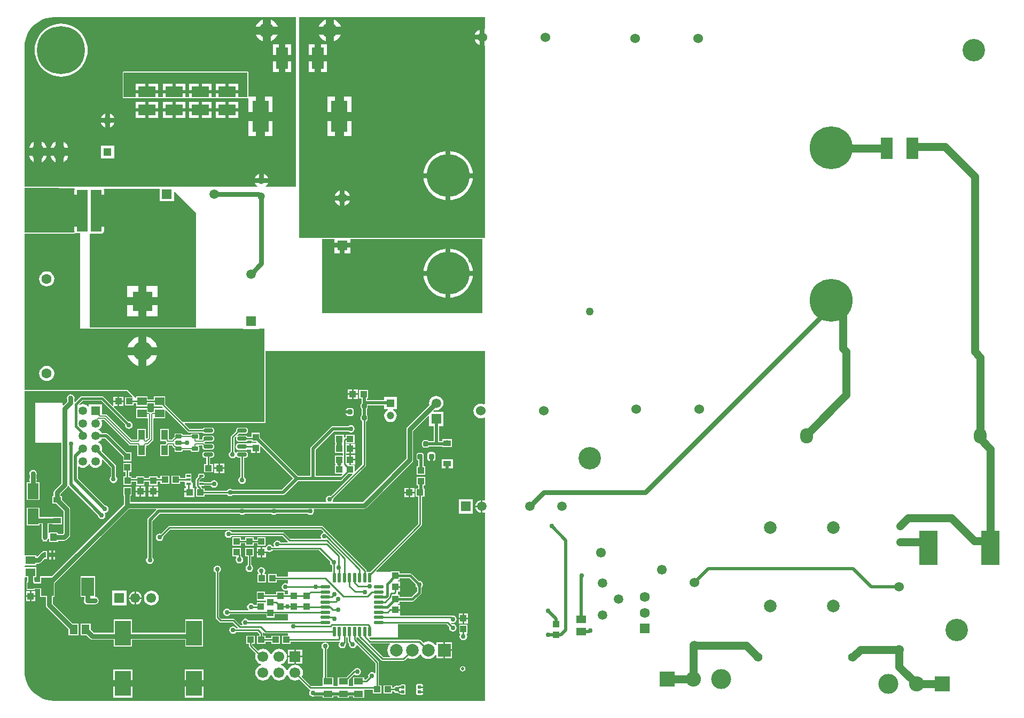
<source format=gbr>
%TF.GenerationSoftware,Altium Limited,Altium Designer,20.0.13 (296)*%
G04 Layer_Physical_Order=1*
G04 Layer_Color=255*
%FSLAX26Y26*%
%MOIN*%
%TF.FileFunction,Copper,L1,Top,Signal*%
%TF.Part,Single*%
G01*
G75*
%TA.AperFunction,SMDPad,CuDef*%
G04:AMPARAMS|DCode=10|XSize=21.654mil|YSize=21.654mil|CornerRadius=2.707mil|HoleSize=0mil|Usage=FLASHONLY|Rotation=180.000|XOffset=0mil|YOffset=0mil|HoleType=Round|Shape=RoundedRectangle|*
%AMROUNDEDRECTD10*
21,1,0.021654,0.016240,0,0,180.0*
21,1,0.016240,0.021654,0,0,180.0*
1,1,0.005413,-0.008120,0.008120*
1,1,0.005413,0.008120,0.008120*
1,1,0.005413,0.008120,-0.008120*
1,1,0.005413,-0.008120,-0.008120*
%
%ADD10ROUNDEDRECTD10*%
%ADD11R,0.057874X0.039764*%
G04:AMPARAMS|DCode=12|XSize=67.118mil|YSize=259.906mil|CornerRadius=3.356mil|HoleSize=0mil|Usage=FLASHONLY|Rotation=0.000|XOffset=0mil|YOffset=0mil|HoleType=Round|Shape=RoundedRectangle|*
%AMROUNDEDRECTD12*
21,1,0.067118,0.253194,0,0,0.0*
21,1,0.060406,0.259906,0,0,0.0*
1,1,0.006712,0.030203,-0.126597*
1,1,0.006712,-0.030203,-0.126597*
1,1,0.006712,-0.030203,0.126597*
1,1,0.006712,0.030203,0.126597*
%
%ADD12ROUNDEDRECTD12*%
G04:AMPARAMS|DCode=13|XSize=31.496mil|YSize=35.433mil|CornerRadius=7.874mil|HoleSize=0mil|Usage=FLASHONLY|Rotation=180.000|XOffset=0mil|YOffset=0mil|HoleType=Round|Shape=RoundedRectangle|*
%AMROUNDEDRECTD13*
21,1,0.031496,0.019685,0,0,180.0*
21,1,0.015748,0.035433,0,0,180.0*
1,1,0.015748,-0.007874,0.009843*
1,1,0.015748,0.007874,0.009843*
1,1,0.015748,0.007874,-0.009843*
1,1,0.015748,-0.007874,-0.009843*
%
%ADD13ROUNDEDRECTD13*%
G04:AMPARAMS|DCode=14|XSize=27.165mil|YSize=38.976mil|CornerRadius=3.396mil|HoleSize=0mil|Usage=FLASHONLY|Rotation=90.000|XOffset=0mil|YOffset=0mil|HoleType=Round|Shape=RoundedRectangle|*
%AMROUNDEDRECTD14*
21,1,0.027165,0.032185,0,0,90.0*
21,1,0.020374,0.038976,0,0,90.0*
1,1,0.006791,0.016093,0.010187*
1,1,0.006791,0.016093,-0.010187*
1,1,0.006791,-0.016093,-0.010187*
1,1,0.006791,-0.016093,0.010187*
%
%ADD14ROUNDEDRECTD14*%
G04:AMPARAMS|DCode=15|XSize=21.654mil|YSize=59.055mil|CornerRadius=5.413mil|HoleSize=0mil|Usage=FLASHONLY|Rotation=180.000|XOffset=0mil|YOffset=0mil|HoleType=Round|Shape=RoundedRectangle|*
%AMROUNDEDRECTD15*
21,1,0.021654,0.048228,0,0,180.0*
21,1,0.010827,0.059055,0,0,180.0*
1,1,0.010827,-0.005413,0.024114*
1,1,0.010827,0.005413,0.024114*
1,1,0.010827,0.005413,-0.024114*
1,1,0.010827,-0.005413,-0.024114*
%
%ADD15ROUNDEDRECTD15*%
G04:AMPARAMS|DCode=16|XSize=21.654mil|YSize=59.055mil|CornerRadius=5.413mil|HoleSize=0mil|Usage=FLASHONLY|Rotation=270.000|XOffset=0mil|YOffset=0mil|HoleType=Round|Shape=RoundedRectangle|*
%AMROUNDEDRECTD16*
21,1,0.021654,0.048228,0,0,270.0*
21,1,0.010827,0.059055,0,0,270.0*
1,1,0.010827,-0.024114,-0.005413*
1,1,0.010827,-0.024114,0.005413*
1,1,0.010827,0.024114,0.005413*
1,1,0.010827,0.024114,-0.005413*
%
%ADD16ROUNDEDRECTD16*%
G04:AMPARAMS|DCode=17|XSize=30.709mil|YSize=30.709mil|CornerRadius=7.677mil|HoleSize=0mil|Usage=FLASHONLY|Rotation=270.000|XOffset=0mil|YOffset=0mil|HoleType=Round|Shape=RoundedRectangle|*
%AMROUNDEDRECTD17*
21,1,0.030709,0.015354,0,0,270.0*
21,1,0.015354,0.030709,0,0,270.0*
1,1,0.015354,-0.007677,-0.007677*
1,1,0.015354,-0.007677,0.007677*
1,1,0.015354,0.007677,0.007677*
1,1,0.015354,0.007677,-0.007677*
%
%ADD17ROUNDEDRECTD17*%
%ADD18R,0.043000X0.039000*%
%ADD19R,0.039000X0.043000*%
%ADD20R,0.051181X0.059055*%
%ADD21R,0.059055X0.051181*%
%ADD22R,0.074803X0.133858*%
%ADD23R,0.043307X0.039370*%
%ADD24R,0.039370X0.043307*%
%ADD25R,0.110000X0.068000*%
%ADD26R,0.078740X0.118110*%
%ADD27R,0.073000X0.134000*%
%ADD28R,0.114173X0.212598*%
%ADD29R,0.098425X0.196850*%
%ADD30R,0.015748X0.035433*%
%ADD31R,0.048032X0.035827*%
%ADD32R,0.098425X0.157480*%
G04:AMPARAMS|DCode=33|XSize=61.024mil|YSize=23.622mil|CornerRadius=5.906mil|HoleSize=0mil|Usage=FLASHONLY|Rotation=180.000|XOffset=0mil|YOffset=0mil|HoleType=Round|Shape=RoundedRectangle|*
%AMROUNDEDRECTD33*
21,1,0.061024,0.011811,0,0,180.0*
21,1,0.049213,0.023622,0,0,180.0*
1,1,0.011811,-0.024606,0.005906*
1,1,0.011811,0.024606,0.005906*
1,1,0.011811,0.024606,-0.005906*
1,1,0.011811,-0.024606,-0.005906*
%
%ADD33ROUNDEDRECTD33*%
%ADD34R,0.047992X0.035984*%
%ADD35R,0.043000X0.063000*%
%ADD36R,0.066929X0.098425*%
G04:AMPARAMS|DCode=37|XSize=15.748mil|YSize=25.591mil|CornerRadius=1.968mil|HoleSize=0mil|Usage=FLASHONLY|Rotation=90.000|XOffset=0mil|YOffset=0mil|HoleType=Round|Shape=RoundedRectangle|*
%AMROUNDEDRECTD37*
21,1,0.015748,0.021654,0,0,90.0*
21,1,0.011811,0.025591,0,0,90.0*
1,1,0.003937,0.010827,0.005906*
1,1,0.003937,0.010827,-0.005906*
1,1,0.003937,-0.010827,-0.005906*
1,1,0.003937,-0.010827,0.005906*
%
%ADD37ROUNDEDRECTD37*%
%TA.AperFunction,Conductor*%
%ADD38C,0.020000*%
%ADD39C,0.010000*%
%ADD40C,0.050000*%
%ADD41C,0.030000*%
%ADD42C,0.040000*%
%TA.AperFunction,NonConductor*%
%ADD43C,0.020000*%
%TA.AperFunction,Conductor*%
%ADD44C,0.015000*%
%ADD45C,0.007987*%
%ADD46R,0.012000X0.070000*%
%ADD47R,0.032284X0.030749*%
%ADD48R,0.044386X0.047433*%
%ADD49R,0.093589X0.030000*%
%TA.AperFunction,ComponentPad*%
%ADD50O,0.070000X0.100000*%
%ADD51C,0.058661*%
%ADD52R,0.066929X0.066929*%
%ADD53C,0.066929*%
%ADD54C,0.050000*%
%ADD55C,0.267716*%
%ADD56C,0.061024*%
%ADD57C,0.125000*%
%ADD58C,0.095000*%
%ADD59R,0.095000X0.095000*%
%ADD60R,0.120000X0.120000*%
%ADD61C,0.120000*%
%ADD62C,0.063000*%
%ADD63C,0.078740*%
%ADD64R,0.078740X0.078740*%
%ADD65R,0.061024X0.061024*%
%ADD66C,0.140000*%
%ADD67C,0.053150*%
%ADD68R,0.053150X0.053150*%
%ADD69C,0.047244*%
%ADD70C,0.059370*%
%ADD71R,0.059370X0.059370*%
%ADD72C,0.059055*%
%ADD73R,0.059055X0.059055*%
%ADD74R,0.051181X0.051181*%
%ADD75C,0.051181*%
%ADD76C,0.045000*%
%ADD77C,0.300000*%
%ADD78R,0.047244X0.047244*%
%ADD79R,0.062598X0.062598*%
%ADD80C,0.062598*%
%ADD81C,0.055118*%
%ADD82O,0.080000X0.095000*%
%ADD83C,0.060000*%
%ADD84R,0.059370X0.059370*%
%ADD85C,0.094488*%
%ADD86R,0.059055X0.059055*%
%TA.AperFunction,ViaPad*%
%ADD87C,0.030000*%
%ADD88C,0.040000*%
G36*
X201929Y4290921D02*
X1710000D01*
Y3230000D01*
X1522741D01*
X1521044Y3235000D01*
X1526112Y3238888D01*
X1533104Y3248001D01*
X1536003Y3255000D01*
X1495000D01*
X1453997D01*
X1456896Y3248001D01*
X1463888Y3238888D01*
X1468956Y3235000D01*
X1467259Y3230000D01*
X15694D01*
Y4104685D01*
X15570Y4105304D01*
X17125Y4129015D01*
X21881Y4152929D01*
X29719Y4176017D01*
X40503Y4197885D01*
X54049Y4218158D01*
X70125Y4236489D01*
X88457Y4252565D01*
X108730Y4266111D01*
X130597Y4276895D01*
X153685Y4284733D01*
X177599Y4289489D01*
X201310Y4291044D01*
X201929Y4290921D01*
D02*
G37*
G36*
X326780Y3221065D02*
X328535Y3217731D01*
X328986Y3216037D01*
X327680Y3209471D01*
Y3182874D01*
X376598D01*
Y2982874D01*
X327680D01*
Y2956277D01*
X328928Y2950000D01*
X326298Y2945000D01*
X15694Y2945000D01*
Y3223506D01*
X133399D01*
X326780Y3221065D01*
D02*
G37*
G36*
X365000Y2345000D02*
X1380473D01*
Y2340472D01*
X1479527D01*
Y2345000D01*
X1515000D01*
Y1760000D01*
X1004326D01*
X893992Y1870334D01*
Y1921591D01*
X822937D01*
Y1901216D01*
X783992D01*
Y1921591D01*
X712937D01*
Y1913596D01*
X708318Y1911683D01*
X659500Y1960500D01*
X15694D01*
Y2938505D01*
X326298Y2938506D01*
X327225Y2938890D01*
X328224Y2938798D01*
X329435Y2939805D01*
X329906Y2940000D01*
X365000D01*
Y2345000D01*
D02*
G37*
G36*
X536968Y3219744D02*
X860197D01*
Y3140472D01*
X949252D01*
Y3199215D01*
X953871Y3201129D01*
X1085741Y3069259D01*
X1085741Y2351494D01*
X421890D01*
Y2936201D01*
X426890Y2938817D01*
X433199Y2937562D01*
X493605D01*
X500767Y2938986D01*
X506839Y2943043D01*
X510896Y2949115D01*
X512320Y2956277D01*
Y2982874D01*
X463402D01*
Y3182874D01*
X512320D01*
Y3209471D01*
X511260Y3214801D01*
X514339Y3219794D01*
X536968Y3219744D01*
D02*
G37*
G36*
X2888506Y4217717D02*
X2888150Y4217457D01*
Y4165000D01*
Y4112543D01*
X2888506Y4112283D01*
Y2910000D01*
X1730000D01*
Y4290921D01*
X2888506D01*
Y4217717D01*
D02*
G37*
G36*
X2873505Y2440000D02*
X1875000D01*
X1875000Y2903506D01*
X1950473D01*
Y2880000D01*
X2000000D01*
X2049528D01*
Y2903506D01*
X2873506D01*
X2873505Y2440000D01*
D02*
G37*
G36*
X2888506Y1873178D02*
X2883506Y1870276D01*
X2874897Y1873842D01*
X2863150Y1875388D01*
X2851402Y1873842D01*
X2840455Y1869307D01*
X2831055Y1862094D01*
X2823842Y1852694D01*
X2819308Y1841747D01*
X2817761Y1830000D01*
X2819308Y1818253D01*
X2823842Y1807306D01*
X2831055Y1797906D01*
X2840455Y1790693D01*
X2851402Y1786158D01*
X2863150Y1784612D01*
X2874897Y1786158D01*
X2883506Y1789724D01*
X2888506Y1786822D01*
Y1272939D01*
X2884348Y1270161D01*
X2880360Y1271813D01*
X2875000Y1272519D01*
Y1233150D01*
Y1193781D01*
X2880360Y1194486D01*
X2884348Y1196138D01*
X2888506Y1193360D01*
Y18450D01*
X201929D01*
X201310Y18326D01*
X177599Y19881D01*
X153685Y24637D01*
X130597Y32475D01*
X108730Y43259D01*
X88457Y56805D01*
X70125Y72881D01*
X54049Y91212D01*
X40503Y111485D01*
X29719Y133353D01*
X21881Y156441D01*
X17125Y180355D01*
X15570Y204066D01*
X15694Y204685D01*
Y788060D01*
X19473Y791008D01*
X20694Y791008D01*
X33589D01*
Y767024D01*
X29315D01*
Y711717D01*
X80685D01*
Y717959D01*
X113646D01*
Y667945D01*
X149663D01*
Y616524D01*
X151293Y608330D01*
X155935Y601384D01*
X291008Y466310D01*
Y429473D01*
X354189D01*
Y500527D01*
X317351D01*
X192486Y625393D01*
Y667945D01*
X204386D01*
Y754106D01*
X668475Y1218195D01*
X837482D01*
X839553Y1213195D01*
X786929Y1160571D01*
X783393Y1155278D01*
X782151Y1149035D01*
Y914560D01*
X781883Y914380D01*
X776799Y906773D01*
X775014Y897798D01*
X776799Y888824D01*
X781883Y881216D01*
X789490Y876133D01*
X798465Y874348D01*
X807439Y876133D01*
X815047Y881216D01*
X820130Y888824D01*
X821915Y897798D01*
X820130Y906773D01*
X815047Y914380D01*
X814778Y914560D01*
Y1142278D01*
X859793Y1187293D01*
X1358003D01*
X1358182Y1187024D01*
X1365790Y1181941D01*
X1374765Y1180156D01*
X1383739Y1181941D01*
X1391347Y1187024D01*
X1391526Y1187293D01*
X1555427D01*
X1555607Y1187024D01*
X1563215Y1181941D01*
X1572189Y1180156D01*
X1581163Y1181941D01*
X1588771Y1187024D01*
X1588951Y1187293D01*
X1783120D01*
X1783300Y1187024D01*
X1790908Y1181941D01*
X1799882Y1180156D01*
X1808856Y1181941D01*
X1816464Y1187024D01*
X1821547Y1194632D01*
X1823333Y1203606D01*
X1821547Y1212581D01*
X1820743Y1213785D01*
X1823100Y1218195D01*
X2135571D01*
X2143765Y1219825D01*
X2150711Y1224466D01*
X2435140Y1508895D01*
X2439782Y1515842D01*
X2441411Y1524035D01*
Y1704675D01*
X2536365Y1799628D01*
X2540984Y1797715D01*
Y1736102D01*
X2569356D01*
Y1640684D01*
X2540236D01*
X2537877Y1644215D01*
X2533287Y1647282D01*
X2527874Y1648358D01*
X2512126D01*
X2506713Y1647282D01*
X2502123Y1644215D01*
X2499057Y1639626D01*
X2497980Y1634213D01*
Y1614528D01*
X2499057Y1609114D01*
X2502123Y1604525D01*
X2506713Y1601459D01*
X2512126Y1600382D01*
X2527874D01*
X2533287Y1601459D01*
X2537877Y1604525D01*
X2540236Y1608057D01*
X2625004D01*
Y1605823D01*
X2684996D01*
Y1653807D01*
X2655983D01*
X2655000Y1654003D01*
X2654017Y1653807D01*
X2625004D01*
Y1640684D01*
X2601983D01*
Y1736102D01*
X2630354D01*
Y1825472D01*
X2568742D01*
X2566829Y1830092D01*
X2572880Y1836143D01*
X2574004Y1835678D01*
X2585669Y1834142D01*
X2597334Y1835678D01*
X2608205Y1840180D01*
X2617539Y1847343D01*
X2624702Y1856677D01*
X2629204Y1867547D01*
X2630740Y1879213D01*
X2629204Y1890878D01*
X2624702Y1901748D01*
X2617539Y1911082D01*
X2608205Y1918245D01*
X2597334Y1922747D01*
X2585669Y1924283D01*
X2574004Y1922747D01*
X2563134Y1918245D01*
X2553800Y1911082D01*
X2546637Y1901748D01*
X2542134Y1890878D01*
X2540599Y1879213D01*
X2542134Y1867547D01*
X2542600Y1866424D01*
X2404860Y1728683D01*
X2400218Y1721737D01*
X2398589Y1713543D01*
Y1532904D01*
X2126702Y1261018D01*
X1942518D01*
X1940161Y1265427D01*
X1941666Y1267679D01*
X1943451Y1276653D01*
X1942191Y1282984D01*
X2143922Y1484715D01*
X2143923Y1484715D01*
X2146354Y1488354D01*
X2147208Y1492646D01*
X2147208Y1492646D01*
Y1765751D01*
X2149006Y1766109D01*
X2153530Y1769132D01*
X2156553Y1773656D01*
X2157614Y1778992D01*
Y1794347D01*
X2156553Y1799683D01*
X2153530Y1804207D01*
X2152306Y1805025D01*
Y1843117D01*
X2153530Y1843935D01*
X2156553Y1848459D01*
X2157614Y1853795D01*
Y1866144D01*
X2261378D01*
Y1840118D01*
X2282864D01*
X2283859Y1835118D01*
X2280522Y1833736D01*
X2272454Y1827546D01*
X2266264Y1819478D01*
X2262372Y1810082D01*
X2261045Y1800000D01*
X2262372Y1789918D01*
X2266264Y1780522D01*
X2272454Y1772454D01*
X2280522Y1766264D01*
X2289918Y1762372D01*
X2300000Y1761045D01*
X2310082Y1762372D01*
X2319478Y1766264D01*
X2327546Y1772454D01*
X2333736Y1780522D01*
X2337628Y1789918D01*
X2338955Y1800000D01*
X2337628Y1810082D01*
X2333736Y1819478D01*
X2327546Y1827546D01*
X2319478Y1833736D01*
X2316141Y1835118D01*
X2317136Y1840118D01*
X2338622D01*
Y1917362D01*
X2261378D01*
Y1898771D01*
X2152306D01*
Y1909500D01*
X2159429D01*
Y1960500D01*
X2104429D01*
Y1909500D01*
X2119679D01*
Y1879828D01*
X2118454Y1879010D01*
X2115431Y1874486D01*
X2114370Y1869150D01*
Y1853795D01*
X2115431Y1848459D01*
X2118454Y1843935D01*
X2119679Y1843117D01*
Y1805025D01*
X2118454Y1804207D01*
X2115431Y1799683D01*
X2114370Y1794347D01*
Y1778992D01*
X2115431Y1773656D01*
X2118454Y1769132D01*
X2122978Y1766109D01*
X2124777Y1765751D01*
Y1497291D01*
X2079954Y1452469D01*
X2075335Y1454382D01*
Y1490500D01*
X2041070D01*
X2040675Y1491090D01*
X2042835Y1495132D01*
Y1525001D01*
Y1554500D01*
X2024621D01*
Y1565500D01*
X2042835D01*
Y1595001D01*
Y1624500D01*
X2024621D01*
Y1629500D01*
X2075335D01*
Y1680500D01*
X2020335D01*
Y1666577D01*
X2016043Y1665723D01*
X2013406Y1663961D01*
X2009828Y1665150D01*
X2008406Y1666176D01*
Y1680500D01*
X1953406D01*
Y1629500D01*
X1955708D01*
X1957601Y1624957D01*
X1954175Y1620500D01*
X1953405D01*
Y1569500D01*
X1998662D01*
X2002190Y1566465D01*
X2002190Y1566464D01*
Y1550500D01*
X1953405D01*
Y1499500D01*
X1956364D01*
X1958012Y1494552D01*
X1955149Y1490500D01*
X1953406D01*
Y1439500D01*
X1997941D01*
X1999854Y1434881D01*
X1989901Y1424928D01*
X1989524Y1425003D01*
X1831794D01*
Y1586432D01*
X1948340Y1702978D01*
X2036074D01*
X2036253Y1702709D01*
X2043861Y1697626D01*
X2052835Y1695841D01*
X2061809Y1697626D01*
X2069417Y1702709D01*
X2074501Y1710317D01*
X2076286Y1719291D01*
X2074501Y1728266D01*
X2069417Y1735873D01*
X2061809Y1740957D01*
X2052835Y1742742D01*
X2043861Y1740957D01*
X2036253Y1735873D01*
X2036074Y1735605D01*
X1941583D01*
X1935340Y1734363D01*
X1930047Y1730827D01*
X1803945Y1604724D01*
X1800409Y1599432D01*
X1799167Y1593189D01*
Y1425003D01*
X1722596D01*
X1484150Y1663449D01*
Y1693717D01*
X1432780D01*
Y1668814D01*
X1410141D01*
X1407954Y1672087D01*
X1404016Y1674719D01*
X1399371Y1675643D01*
X1350158D01*
X1346266Y1674869D01*
X1344525Y1676643D01*
X1343319Y1678992D01*
X1353881Y1689554D01*
X1399371D01*
X1404016Y1690478D01*
X1407954Y1693110D01*
X1410586Y1697048D01*
X1411510Y1701693D01*
Y1713504D01*
X1410586Y1718149D01*
X1407954Y1722087D01*
X1404016Y1724719D01*
X1399371Y1725643D01*
X1350158D01*
X1345513Y1724719D01*
X1341575Y1722087D01*
X1338944Y1718149D01*
X1338020Y1713504D01*
Y1705415D01*
X1307069Y1674465D01*
X1304638Y1670827D01*
X1303784Y1666535D01*
X1303784Y1666534D01*
Y1577766D01*
X1298418Y1574181D01*
X1293334Y1566573D01*
X1291549Y1557599D01*
X1293334Y1548624D01*
X1298418Y1541016D01*
X1306026Y1535933D01*
X1315000Y1534148D01*
X1323974Y1535933D01*
X1331582Y1541016D01*
X1334500Y1545383D01*
X1334675Y1545449D01*
X1340285Y1545041D01*
X1341575Y1543110D01*
X1345513Y1540478D01*
X1350158Y1539554D01*
X1363549D01*
Y1418028D01*
X1358182Y1414442D01*
X1353099Y1406834D01*
X1351314Y1397860D01*
X1353099Y1388886D01*
X1358182Y1381278D01*
X1365790Y1376195D01*
X1374765Y1374409D01*
X1383739Y1376195D01*
X1391347Y1381278D01*
X1396430Y1388886D01*
X1398215Y1397860D01*
X1396430Y1406834D01*
X1391347Y1414442D01*
X1385980Y1418028D01*
Y1539554D01*
X1399371D01*
X1404016Y1540478D01*
X1407954Y1543110D01*
X1410586Y1547048D01*
X1411510Y1551693D01*
Y1563504D01*
X1410586Y1568149D01*
X1407954Y1572087D01*
X1404016Y1574719D01*
X1399371Y1575643D01*
X1350158D01*
X1345513Y1574719D01*
X1341575Y1572087D01*
X1340285Y1570156D01*
X1334675Y1569748D01*
X1334500Y1569814D01*
X1331582Y1574181D01*
X1326216Y1577766D01*
Y1661889D01*
X1334670Y1670344D01*
X1337019Y1669138D01*
X1338794Y1667396D01*
X1338020Y1663504D01*
Y1651693D01*
X1338944Y1647048D01*
X1341575Y1643110D01*
X1345513Y1640478D01*
X1350158Y1639554D01*
X1399371D01*
X1404016Y1640478D01*
X1407954Y1643110D01*
X1410141Y1646383D01*
X1432780D01*
Y1638410D01*
X1462520D01*
X1464882Y1635479D01*
X1462828Y1630787D01*
X1428780D01*
Y1628487D01*
X1405577D01*
X1399371Y1629721D01*
X1350158D01*
X1343952Y1628487D01*
X1338691Y1624971D01*
X1335176Y1619710D01*
X1333941Y1613504D01*
Y1601693D01*
X1335176Y1595487D01*
X1338691Y1590226D01*
X1343952Y1586710D01*
X1350158Y1585476D01*
X1399371D01*
X1405576Y1586710D01*
X1428780Y1586710D01*
Y1567480D01*
X1488150D01*
Y1606774D01*
X1492769Y1608688D01*
X1692768Y1408689D01*
X1621692Y1337613D01*
X1315736D01*
X1315556Y1337881D01*
X1307948Y1342965D01*
X1298974Y1344750D01*
X1290000Y1342965D01*
X1282392Y1337881D01*
X1277938Y1331216D01*
X1140547D01*
Y1345685D01*
X1124109D01*
Y1346227D01*
X1123255Y1350519D01*
X1120824Y1354158D01*
X1120824Y1354158D01*
X1119222Y1355760D01*
X1121135Y1360379D01*
X1130610D01*
X1133719Y1360998D01*
X1136355Y1362759D01*
X1136646Y1363194D01*
X1178297D01*
X1181882Y1357827D01*
X1189490Y1352744D01*
X1198465Y1350959D01*
X1207439Y1352744D01*
X1215047Y1357827D01*
X1220130Y1365435D01*
X1221915Y1374409D01*
X1220130Y1383384D01*
X1215047Y1390992D01*
X1207439Y1396075D01*
X1198465Y1397860D01*
X1189490Y1396075D01*
X1181882Y1390992D01*
X1178297Y1385625D01*
X1136646D01*
X1136355Y1386060D01*
X1133719Y1387821D01*
X1130610Y1388440D01*
X1108957D01*
X1107204Y1389878D01*
Y1397150D01*
X1121614Y1411561D01*
X1130610D01*
X1133719Y1412179D01*
X1136355Y1413940D01*
X1138117Y1416576D01*
X1138735Y1419685D01*
Y1431496D01*
X1138117Y1434605D01*
X1136355Y1437241D01*
X1133719Y1439002D01*
X1130610Y1439621D01*
X1108957D01*
X1105848Y1439002D01*
X1103212Y1437241D01*
X1101450Y1434605D01*
X1100832Y1431496D01*
Y1422500D01*
X1088058Y1409726D01*
X1085626Y1406087D01*
X1084773Y1401795D01*
X1084773Y1401795D01*
Y1363133D01*
X1084773Y1363132D01*
X1085626Y1358840D01*
X1088058Y1355202D01*
X1092955Y1350304D01*
X1091042Y1345685D01*
X1085240D01*
Y1294315D01*
X1140547D01*
Y1308784D01*
X1279674D01*
X1282392Y1304717D01*
X1290000Y1299634D01*
X1298974Y1297849D01*
X1307948Y1299634D01*
X1315556Y1304717D01*
X1315736Y1304986D01*
X1628449D01*
X1634692Y1306227D01*
X1639984Y1309764D01*
X1722596Y1392376D01*
X1989524D01*
X1995766Y1393617D01*
X2001059Y1397154D01*
X2004595Y1402446D01*
X2005837Y1408689D01*
X2005762Y1409066D01*
X2036196Y1439500D01*
X2060452D01*
X2062366Y1434881D01*
X1926330Y1298845D01*
X1920000Y1300104D01*
X1911026Y1298319D01*
X1903418Y1293236D01*
X1898334Y1285628D01*
X1896549Y1276653D01*
X1898334Y1267679D01*
X1899839Y1265427D01*
X1897482Y1261018D01*
X677929D01*
Y1300535D01*
X684929D01*
Y1355535D01*
X633929D01*
Y1300535D01*
X635107D01*
Y1245387D01*
X187775Y798055D01*
X113646D01*
Y760782D01*
X80685D01*
Y767024D01*
X76411D01*
Y791008D01*
X90528D01*
Y854189D01*
X20694D01*
X19473Y854189D01*
X15694Y857137D01*
Y862863D01*
X19473Y865811D01*
X20694Y865811D01*
X90528D01*
Y875990D01*
X102319D01*
X110513Y877620D01*
X117459Y882261D01*
X141363Y906165D01*
X157547D01*
Y953598D01*
X129799D01*
Y950299D01*
X126605Y949663D01*
X119659Y945022D01*
X95528Y920890D01*
X90528Y922962D01*
Y928992D01*
X20694D01*
X19473Y928992D01*
X15694Y931940D01*
Y1954006D01*
X656810D01*
X690512Y1920304D01*
X688598Y1915685D01*
X642346D01*
Y1864315D01*
X697654D01*
Y1878784D01*
X712937D01*
Y1858410D01*
X783992D01*
Y1878784D01*
X822937D01*
Y1858409D01*
X874194D01*
X881197Y1851407D01*
X879283Y1846787D01*
X822937D01*
Y1825386D01*
X815841D01*
X815841Y1825386D01*
X811941Y1824611D01*
X808636Y1822402D01*
X808635Y1822401D01*
X806893Y1820659D01*
X806764Y1820562D01*
X800165Y1820562D01*
X800036Y1820659D01*
X798294Y1822402D01*
X794988Y1824611D01*
X791089Y1825386D01*
X791088Y1825386D01*
X783992D01*
Y1846787D01*
X712937D01*
Y1783607D01*
X783992D01*
X785578Y1779264D01*
Y1662679D01*
X779780Y1656881D01*
X775160Y1658794D01*
Y1662592D01*
X774965Y1663576D01*
Y1717599D01*
X719965D01*
Y1663576D01*
X719769Y1662592D01*
X719769Y1662591D01*
Y1650485D01*
X685893D01*
X529625Y1806752D01*
X526320Y1808961D01*
X522420Y1809737D01*
X522420Y1809737D01*
X500315D01*
Y1872795D01*
X417165D01*
Y1859293D01*
X412165Y1857596D01*
X409651Y1860872D01*
X400967Y1867536D01*
X390853Y1871725D01*
X380000Y1873154D01*
X369147Y1871725D01*
X359033Y1867536D01*
X356378Y1871607D01*
X379983Y1895212D01*
X495040D01*
X645301Y1744951D01*
X644640Y1741627D01*
X646425Y1732653D01*
X651508Y1725045D01*
X659116Y1719962D01*
X668091Y1718177D01*
X677065Y1719962D01*
X684673Y1725045D01*
X689756Y1732653D01*
X691541Y1741627D01*
X689756Y1750601D01*
X684673Y1758209D01*
X677065Y1763293D01*
X668091Y1765078D01*
X664767Y1764417D01*
X573869Y1855315D01*
X575940Y1860315D01*
X598070D01*
Y1885001D01*
X571417D01*
Y1864837D01*
X566417Y1862766D01*
X510474Y1918709D01*
X506009Y1921693D01*
X500741Y1922741D01*
X374282D01*
X374281Y1922741D01*
X369014Y1921693D01*
X364548Y1918709D01*
X364548Y1918709D01*
X331767Y1885928D01*
X326983Y1887380D01*
X326666Y1888974D01*
X326411Y1889354D01*
Y1900606D01*
X326666Y1900986D01*
X328451Y1909961D01*
X326666Y1918935D01*
X321582Y1926543D01*
X313974Y1931626D01*
X305000Y1933411D01*
X296026Y1931626D01*
X288418Y1926543D01*
X283334Y1918935D01*
X281549Y1909961D01*
X283334Y1900986D01*
X283589Y1900606D01*
Y1889354D01*
X283334Y1888974D01*
X283245Y1888525D01*
X259619Y1864900D01*
X255000Y1866813D01*
Y1880000D01*
X85000D01*
Y1630000D01*
X246896D01*
Y1378301D01*
X204321Y1335726D01*
X199679Y1328780D01*
X198049Y1320586D01*
Y1298284D01*
X189445D01*
Y1250457D01*
X213094D01*
X258589Y1204962D01*
Y1066561D01*
X253558Y1061530D01*
X225955D01*
Y1063835D01*
X224053Y1068427D01*
X219461Y1070329D01*
X175075D01*
X170483Y1068427D01*
X170085Y1067466D01*
X165085Y1068461D01*
Y1124218D01*
X189445D01*
Y1121716D01*
X249476D01*
Y1169543D01*
X189445D01*
Y1167041D01*
X109465D01*
Y1226473D01*
X30535D01*
Y1116047D01*
X109465D01*
Y1124218D01*
X122262D01*
Y1040118D01*
X123892Y1031924D01*
X128533Y1024978D01*
X129799Y1024132D01*
Y1016402D01*
X157547D01*
Y1024132D01*
X158813Y1024978D01*
X163455Y1031924D01*
X163580Y1032556D01*
X168580Y1032063D01*
Y1016402D01*
X170483Y1011809D01*
X175075Y1009907D01*
X219461D01*
X224053Y1011809D01*
X225955Y1016402D01*
Y1018707D01*
X262426D01*
X270620Y1020337D01*
X277567Y1024978D01*
X295140Y1042552D01*
X299782Y1049498D01*
X301411Y1057692D01*
Y1213831D01*
X299782Y1222024D01*
X295140Y1228971D01*
X249476Y1274635D01*
Y1298284D01*
X240872D01*
Y1311717D01*
X283447Y1354292D01*
X287370Y1360163D01*
X291356Y1360844D01*
X293067Y1360637D01*
X294307Y1358782D01*
X474692Y1178397D01*
X474629Y1178080D01*
X476414Y1169105D01*
X481498Y1161498D01*
X489106Y1156414D01*
X498080Y1154629D01*
X507054Y1156414D01*
X514662Y1161498D01*
X519745Y1169105D01*
X521530Y1178080D01*
X519745Y1187054D01*
X517860Y1189875D01*
X517872Y1190132D01*
X520390Y1195089D01*
X527054Y1196414D01*
X534662Y1201498D01*
X539745Y1209105D01*
X541530Y1218080D01*
X539745Y1227054D01*
X534662Y1234662D01*
X527054Y1239745D01*
X518080Y1241530D01*
X517763Y1241467D01*
X349739Y1409492D01*
Y1480774D01*
X354739Y1483239D01*
X359033Y1479944D01*
X369147Y1475755D01*
X380000Y1474326D01*
X390853Y1475755D01*
X400967Y1479944D01*
X409651Y1486608D01*
X416315Y1495293D01*
X416870Y1496632D01*
X421870D01*
X422425Y1495293D01*
X429089Y1486608D01*
X437773Y1479944D01*
X447887Y1475755D01*
X458740Y1474326D01*
X469593Y1475755D01*
X479707Y1479944D01*
X488392Y1486608D01*
X495056Y1495293D01*
X499245Y1505407D01*
X500674Y1516260D01*
X499663Y1523935D01*
X504399Y1526270D01*
X555379Y1475290D01*
Y1420021D01*
X555111Y1419842D01*
X550027Y1412234D01*
X548242Y1403260D01*
X550027Y1394286D01*
X555111Y1386678D01*
X562719Y1381594D01*
X571693Y1379809D01*
X580667Y1381594D01*
X588275Y1386678D01*
X593358Y1394286D01*
X595144Y1403260D01*
X593358Y1412234D01*
X588275Y1419842D01*
X588006Y1420021D01*
Y1482047D01*
X586765Y1488290D01*
X583228Y1493583D01*
X497317Y1579494D01*
X499245Y1584147D01*
X500674Y1595000D01*
X499245Y1605853D01*
X495056Y1615967D01*
X488392Y1624651D01*
X479707Y1631315D01*
X478368Y1631870D01*
Y1636870D01*
X479707Y1637425D01*
X488392Y1644089D01*
X495056Y1652773D01*
X496983Y1657427D01*
X521432D01*
X632807Y1546051D01*
Y1516122D01*
X683807D01*
Y1571122D01*
X653878D01*
X539725Y1685275D01*
X534432Y1688812D01*
X528189Y1690054D01*
X496983D01*
X495056Y1694707D01*
X488392Y1703392D01*
X479707Y1710056D01*
X478368Y1710610D01*
Y1715610D01*
X479707Y1716165D01*
X488392Y1722829D01*
X495056Y1731514D01*
X499245Y1741627D01*
X500674Y1752480D01*
X499245Y1763333D01*
X496913Y1768964D01*
X500254Y1773964D01*
X511823D01*
X668091Y1617697D01*
X668091Y1617696D01*
X671396Y1615488D01*
X675296Y1614712D01*
X675296Y1614712D01*
X719769D01*
Y1602605D01*
X719769Y1602605D01*
X719965Y1601621D01*
Y1547599D01*
X774965D01*
Y1601621D01*
X775160Y1602605D01*
Y1614712D01*
X783981D01*
X783981Y1614712D01*
X787880Y1615488D01*
X791186Y1617696D01*
X818366Y1644877D01*
X818367Y1644877D01*
X820575Y1648183D01*
X821351Y1652082D01*
X821351Y1652083D01*
Y1779263D01*
X822937Y1783606D01*
X893992D01*
Y1832079D01*
X898611Y1833992D01*
X1032935Y1699668D01*
X1032936Y1699668D01*
X1036574Y1697237D01*
X1040866Y1696383D01*
X1040867Y1696383D01*
X1126788D01*
X1128975Y1693110D01*
X1132913Y1690478D01*
X1137558Y1689554D01*
X1186771D01*
X1191416Y1690478D01*
X1195354Y1693110D01*
X1197986Y1697048D01*
X1198910Y1701693D01*
Y1713504D01*
X1197986Y1718149D01*
X1195354Y1722087D01*
X1191416Y1724719D01*
X1186771Y1725643D01*
X1137558D01*
X1132913Y1724719D01*
X1128975Y1722087D01*
X1126788Y1718814D01*
X1045512D01*
X1015440Y1748886D01*
X1017353Y1753506D01*
X1515000D01*
X1519592Y1755408D01*
X1521494Y1760000D01*
Y2205000D01*
X2888506D01*
Y1873178D01*
D02*
G37*
%LPC*%
G36*
X1553000Y4275911D02*
Y4233000D01*
X1595911D01*
X1595068Y4235780D01*
X1588360Y4248331D01*
X1579332Y4259332D01*
X1568331Y4268359D01*
X1555780Y4275068D01*
X1553000Y4275911D01*
D02*
G37*
G36*
X1503000D02*
X1500220Y4275068D01*
X1487669Y4268359D01*
X1476668Y4259332D01*
X1467640Y4248331D01*
X1460932Y4235780D01*
X1460089Y4233000D01*
X1503000D01*
Y4275911D01*
D02*
G37*
G36*
X1595911Y4183000D02*
X1553000D01*
Y4140089D01*
X1555780Y4140932D01*
X1568331Y4147641D01*
X1579332Y4156668D01*
X1588360Y4167669D01*
X1595068Y4180220D01*
X1595911Y4183000D01*
D02*
G37*
G36*
X1503000D02*
X1460089D01*
X1460932Y4180220D01*
X1467640Y4167669D01*
X1476668Y4156668D01*
X1487669Y4147641D01*
X1500220Y4140932D01*
X1503000Y4140089D01*
Y4183000D01*
D02*
G37*
G36*
X1680000Y4122000D02*
X1643501D01*
Y4055001D01*
X1680000D01*
Y4122000D01*
D02*
G37*
G36*
X1603501D02*
X1567000D01*
Y4055001D01*
X1603501D01*
Y4122000D01*
D02*
G37*
G36*
X1680000Y4015001D02*
X1643501D01*
Y3948000D01*
X1680000D01*
Y4015001D01*
D02*
G37*
G36*
X1603501D02*
X1567000D01*
Y3948000D01*
X1603501D01*
Y4015001D01*
D02*
G37*
G36*
X245000Y4250354D02*
X223417Y4248939D01*
X202203Y4244720D01*
X181722Y4237767D01*
X162323Y4228201D01*
X144339Y4216184D01*
X128077Y4201923D01*
X113816Y4185661D01*
X101799Y4167677D01*
X92233Y4148278D01*
X85280Y4127797D01*
X81061Y4106583D01*
X79646Y4085000D01*
X81061Y4063417D01*
X85280Y4042203D01*
X92233Y4021722D01*
X101799Y4002323D01*
X113816Y3984339D01*
X128077Y3968077D01*
X144339Y3953816D01*
X162323Y3941799D01*
X181722Y3932233D01*
X202203Y3925280D01*
X223417Y3921061D01*
X245000Y3919646D01*
X266583Y3921061D01*
X287797Y3925280D01*
X308278Y3932233D01*
X327677Y3941799D01*
X345661Y3953816D01*
X361923Y3968077D01*
X376184Y3984339D01*
X388201Y4002323D01*
X397767Y4021722D01*
X404720Y4042203D01*
X408939Y4063417D01*
X410354Y4085000D01*
X408939Y4106583D01*
X404720Y4127797D01*
X397767Y4148278D01*
X388201Y4167677D01*
X376184Y4185661D01*
X361923Y4201923D01*
X345661Y4216184D01*
X327677Y4228201D01*
X308278Y4237767D01*
X287797Y4244720D01*
X266583Y4248939D01*
X245000Y4250354D01*
D02*
G37*
G36*
X1020000Y3760000D02*
X960000D01*
Y3721000D01*
X1020000D01*
Y3760000D01*
D02*
G37*
G36*
X940000D02*
X880000D01*
Y3721000D01*
X940000D01*
Y3760000D01*
D02*
G37*
G36*
X850000D02*
X790000D01*
Y3721000D01*
X850000D01*
Y3760000D01*
D02*
G37*
G36*
X770000D02*
X710000D01*
Y3721000D01*
X770000D01*
Y3760000D01*
D02*
G37*
G36*
X1185000Y3760000D02*
X1125000D01*
Y3721000D01*
X1185000D01*
Y3760000D01*
D02*
G37*
G36*
X1105000D02*
X1045000D01*
Y3721000D01*
X1105000D01*
Y3760000D01*
D02*
G37*
G36*
X1350000Y3760000D02*
X1290000D01*
Y3721000D01*
X1350000D01*
Y3760000D01*
D02*
G37*
G36*
X1270000D02*
X1210000D01*
Y3721000D01*
X1270000D01*
Y3760000D01*
D02*
G37*
G36*
X1516438Y3793425D02*
Y3697501D01*
X1563150D01*
Y3793425D01*
X1516438D01*
D02*
G37*
G36*
X635000Y3951494D02*
X630408Y3949592D01*
X628506Y3945000D01*
Y3790000D01*
X630408Y3785408D01*
X635000Y3783506D01*
X710000D01*
X714000Y3785162D01*
X719000Y3785000D01*
X719000Y3785000D01*
X719000Y3785000D01*
X841000D01*
X841000Y3785000D01*
X846000Y3785162D01*
X850000Y3783506D01*
X880000D01*
X884000Y3785162D01*
X889000Y3785000D01*
X889000Y3785000D01*
X889000Y3785000D01*
X1011000D01*
X1011000Y3785000D01*
X1016000Y3785162D01*
X1020000Y3783506D01*
X1045000Y3783506D01*
X1049000Y3785162D01*
X1054000Y3785000D01*
X1054000Y3785000D01*
X1054000Y3785000D01*
X1176000D01*
X1176000Y3785000D01*
X1181000Y3785162D01*
X1185000Y3783506D01*
X1210000D01*
X1214000Y3785162D01*
X1219000Y3785000D01*
X1219000Y3785000D01*
X1219000Y3785000D01*
X1341000D01*
X1341000Y3785000D01*
X1346000Y3785162D01*
X1350000Y3783506D01*
X1408000D01*
X1409724Y3784220D01*
X1414724Y3781007D01*
Y3697501D01*
X1461438D01*
Y3793425D01*
X1419494D01*
X1414725Y3793425D01*
X1414494Y3798330D01*
Y3945000D01*
X1412592Y3949592D01*
X1408000Y3951494D01*
X635000Y3951494D01*
D02*
G37*
G36*
X1020000Y3701000D02*
X960000D01*
Y3662000D01*
X1020000D01*
Y3701000D01*
D02*
G37*
G36*
X940000D02*
X880000D01*
Y3662000D01*
X940000D01*
Y3701000D01*
D02*
G37*
G36*
X850000D02*
X790000D01*
Y3662000D01*
X850000D01*
Y3701000D01*
D02*
G37*
G36*
X770000D02*
X710000D01*
Y3662000D01*
X770000D01*
Y3701000D01*
D02*
G37*
G36*
X1185000Y3701000D02*
X1125000D01*
Y3662000D01*
X1185000D01*
Y3701000D01*
D02*
G37*
G36*
X1105000D02*
X1045000D01*
Y3662000D01*
X1105000D01*
Y3701000D01*
D02*
G37*
G36*
X1350000Y3701000D02*
X1290000D01*
Y3662000D01*
X1350000D01*
Y3701000D01*
D02*
G37*
G36*
X1270000D02*
X1210000D01*
Y3662000D01*
X1270000D01*
Y3701000D01*
D02*
G37*
G36*
X550000Y3688134D02*
Y3660000D01*
X578134D01*
X574823Y3667992D01*
X567515Y3677515D01*
X557992Y3684823D01*
X550000Y3688134D01*
D02*
G37*
G36*
X520000D02*
X512008Y3684823D01*
X502485Y3677515D01*
X495177Y3667992D01*
X491866Y3660000D01*
X520000D01*
Y3688134D01*
D02*
G37*
G36*
X578134Y3630000D02*
X550000D01*
Y3601866D01*
X557992Y3605177D01*
X567515Y3612485D01*
X574823Y3622008D01*
X578134Y3630000D01*
D02*
G37*
G36*
X520000D02*
X491866D01*
X495177Y3622008D01*
X502485Y3612485D01*
X512008Y3605177D01*
X520000Y3601866D01*
Y3630000D01*
D02*
G37*
G36*
X1563150Y3642501D02*
X1516438D01*
Y3546575D01*
X1563150D01*
Y3642501D01*
D02*
G37*
G36*
X1461438D02*
X1414724D01*
Y3546575D01*
X1461438D01*
Y3642501D01*
D02*
G37*
G36*
X125000Y3513288D02*
Y3474112D01*
X154158D01*
X153584Y3478470D01*
X148042Y3491849D01*
X139226Y3503338D01*
X127737Y3512154D01*
X125000Y3513288D01*
D02*
G37*
G36*
X75000Y3513288D02*
X72263Y3512154D01*
X60773Y3503338D01*
X51958Y3491849D01*
X46416Y3478470D01*
X45842Y3474112D01*
X75000D01*
Y3513288D01*
D02*
G37*
G36*
X258857Y3513288D02*
Y3474111D01*
X288016D01*
X287442Y3478470D01*
X281901Y3491849D01*
X273085Y3503338D01*
X261596Y3512154D01*
X258857Y3513288D01*
D02*
G37*
G36*
X208857Y3513287D02*
X206121Y3512154D01*
X194632Y3503338D01*
X185816Y3491849D01*
X180274Y3478470D01*
X179700Y3474111D01*
X208857D01*
Y3513287D01*
D02*
G37*
G36*
X575591Y3488740D02*
X494409D01*
Y3407559D01*
X575591D01*
Y3488740D01*
D02*
G37*
G36*
X208857Y3424111D02*
X179700D01*
X180274Y3419754D01*
X185816Y3406374D01*
X194632Y3394885D01*
X206121Y3386069D01*
X208857Y3384936D01*
Y3424111D01*
D02*
G37*
G36*
X75000Y3424112D02*
X45842D01*
X46416Y3419754D01*
X51958Y3406374D01*
X60773Y3394885D01*
X72263Y3386069D01*
X75000Y3384936D01*
Y3424112D01*
D02*
G37*
G36*
X154158D02*
X125000D01*
Y3384935D01*
X127737Y3386069D01*
X139226Y3394885D01*
X148042Y3406374D01*
X153584Y3419754D01*
X154158Y3424112D01*
D02*
G37*
G36*
X288016Y3424111D02*
X258857D01*
Y3384935D01*
X261596Y3386069D01*
X273085Y3394885D01*
X281901Y3406374D01*
X287442Y3419754D01*
X288016Y3424111D01*
D02*
G37*
G36*
X1510000Y3311003D02*
Y3285000D01*
X1536003D01*
X1533104Y3291999D01*
X1526112Y3301112D01*
X1516999Y3308104D01*
X1510000Y3311003D01*
D02*
G37*
G36*
X1480000D02*
X1473001Y3308104D01*
X1463888Y3301112D01*
X1456896Y3291999D01*
X1453997Y3285000D01*
X1480000D01*
Y3311003D01*
D02*
G37*
%LPD*%
G36*
X1408000Y3945000D02*
Y3790000D01*
X1350000D01*
Y3815000D01*
X1210000D01*
Y3790000D01*
X1185000D01*
Y3815000D01*
X1045000D01*
Y3790000D01*
X1020000Y3790000D01*
Y3815000D01*
X880000D01*
Y3790000D01*
X850000D01*
Y3815000D01*
X710000D01*
Y3790000D01*
X635000D01*
Y3945000D01*
X1408000Y3945000D01*
D02*
G37*
%LPC*%
G36*
X1020000Y3874000D02*
X960000D01*
Y3835000D01*
X1020000D01*
Y3874000D01*
D02*
G37*
G36*
X940000D02*
X880000D01*
Y3835000D01*
X940000D01*
Y3874000D01*
D02*
G37*
G36*
X850000D02*
X790000D01*
Y3835000D01*
X850000D01*
Y3874000D01*
D02*
G37*
G36*
X770000D02*
X710000D01*
Y3835000D01*
X770000D01*
Y3874000D01*
D02*
G37*
G36*
X1185000Y3874000D02*
X1125000D01*
Y3835000D01*
X1185000D01*
Y3874000D01*
D02*
G37*
G36*
X1105000D02*
X1045000D01*
Y3835000D01*
X1105000D01*
Y3874000D01*
D02*
G37*
G36*
X1350000Y3874000D02*
X1290000D01*
Y3835000D01*
X1350000D01*
Y3874000D01*
D02*
G37*
G36*
X1270000D02*
X1210000D01*
Y3835000D01*
X1270000D01*
Y3874000D01*
D02*
G37*
G36*
X155000Y2702901D02*
X142861Y2701303D01*
X131549Y2696618D01*
X121836Y2689164D01*
X114382Y2679451D01*
X109697Y2668139D01*
X108099Y2656000D01*
X109697Y2643861D01*
X114382Y2632549D01*
X121836Y2622836D01*
X131549Y2615382D01*
X142861Y2610697D01*
X155000Y2609099D01*
X167139Y2610697D01*
X178451Y2615382D01*
X188164Y2622836D01*
X195618Y2632549D01*
X200303Y2643861D01*
X201901Y2656000D01*
X200303Y2668139D01*
X195618Y2679451D01*
X188164Y2689164D01*
X178451Y2696618D01*
X167139Y2701303D01*
X155000Y2702901D01*
D02*
G37*
G36*
X778000Y2296286D02*
Y2229595D01*
X844691D01*
X841193Y2241125D01*
X832372Y2257629D01*
X820500Y2272095D01*
X806035Y2283966D01*
X789531Y2292788D01*
X778000Y2296286D01*
D02*
G37*
G36*
X728000D02*
X716469Y2292788D01*
X699965Y2283966D01*
X685500Y2272095D01*
X673628Y2257629D01*
X664807Y2241125D01*
X661309Y2229595D01*
X728000D01*
Y2296286D01*
D02*
G37*
G36*
X844691Y2179595D02*
X778000D01*
Y2112903D01*
X789531Y2116401D01*
X806035Y2125223D01*
X820500Y2137094D01*
X832372Y2151560D01*
X841193Y2168064D01*
X844691Y2179595D01*
D02*
G37*
G36*
X728000D02*
X661309D01*
X664807Y2168064D01*
X673628Y2151560D01*
X685500Y2137094D01*
X699965Y2125223D01*
X716469Y2116401D01*
X728000Y2112903D01*
Y2179595D01*
D02*
G37*
G36*
X155000Y2111901D02*
X142861Y2110303D01*
X131549Y2105618D01*
X121836Y2098164D01*
X114382Y2088451D01*
X109697Y2077139D01*
X108099Y2065000D01*
X109697Y2052861D01*
X114382Y2041549D01*
X121836Y2031836D01*
X131549Y2024382D01*
X142861Y2019697D01*
X155000Y2018099D01*
X167139Y2019697D01*
X178451Y2024382D01*
X188164Y2031836D01*
X195618Y2041549D01*
X200303Y2052861D01*
X201901Y2065000D01*
X200303Y2077139D01*
X195618Y2088451D01*
X188164Y2098164D01*
X178451Y2105618D01*
X167139Y2110303D01*
X155000Y2111901D01*
D02*
G37*
G36*
X848000Y2611405D02*
X778000D01*
Y2541405D01*
X848000D01*
Y2611405D01*
D02*
G37*
G36*
X728000D02*
X658000D01*
Y2541405D01*
X728000D01*
Y2611405D01*
D02*
G37*
G36*
X848000Y2491405D02*
X778000D01*
Y2421405D01*
X848000D01*
Y2491405D01*
D02*
G37*
G36*
X728000D02*
X658000D01*
Y2421405D01*
X728000D01*
Y2491405D01*
D02*
G37*
G36*
X1946701Y4275911D02*
Y4233000D01*
X1989612D01*
X1988769Y4235780D01*
X1982060Y4248331D01*
X1973032Y4259332D01*
X1962032Y4268359D01*
X1949481Y4275068D01*
X1946701Y4275911D01*
D02*
G37*
G36*
X1896701D02*
X1893920Y4275068D01*
X1881370Y4268359D01*
X1870369Y4259332D01*
X1861341Y4248331D01*
X1854633Y4235780D01*
X1853790Y4233000D01*
X1896701D01*
Y4275911D01*
D02*
G37*
G36*
X2858150Y4212906D02*
X2847934Y4208675D01*
X2837489Y4200660D01*
X2829475Y4190216D01*
X2825243Y4180000D01*
X2858150D01*
Y4212906D01*
D02*
G37*
G36*
X1989612Y4183000D02*
X1946701D01*
Y4140089D01*
X1949481Y4140932D01*
X1962032Y4147641D01*
X1973032Y4156668D01*
X1982060Y4167669D01*
X1988769Y4180220D01*
X1989612Y4183000D01*
D02*
G37*
G36*
X1896701D02*
X1853790D01*
X1854633Y4180220D01*
X1861341Y4167669D01*
X1870369Y4156668D01*
X1881370Y4147641D01*
X1893920Y4140932D01*
X1896701Y4140089D01*
Y4183000D01*
D02*
G37*
G36*
X2858150Y4150000D02*
X2825243D01*
X2829475Y4139784D01*
X2837489Y4129340D01*
X2847934Y4121325D01*
X2858150Y4117094D01*
Y4150000D01*
D02*
G37*
G36*
X1903000Y4122000D02*
X1866499D01*
Y4054999D01*
X1903000D01*
Y4122000D01*
D02*
G37*
G36*
X1826499D02*
X1790000D01*
Y4054999D01*
X1826499D01*
Y4122000D01*
D02*
G37*
G36*
X1903000Y4014999D02*
X1866499D01*
Y3948000D01*
X1903000D01*
Y4014999D01*
D02*
G37*
G36*
X1826499D02*
X1790000D01*
Y3948000D01*
X1826499D01*
Y4014999D01*
D02*
G37*
G36*
X2055276Y3793425D02*
X2008562D01*
Y3697499D01*
X2055276D01*
Y3793425D01*
D02*
G37*
G36*
X1953562D02*
X1906850D01*
Y3697499D01*
X1953562D01*
Y3793425D01*
D02*
G37*
G36*
X2055276Y3642499D02*
X2008562D01*
Y3546575D01*
X2055276D01*
Y3642499D01*
D02*
G37*
G36*
X1953562D02*
X1906850D01*
Y3546575D01*
X1953562D01*
Y3642499D01*
D02*
G37*
G36*
X2675000Y3453153D02*
Y3315000D01*
X2813153D01*
X2812434Y3324143D01*
X2806780Y3347692D01*
X2797513Y3370066D01*
X2784859Y3390715D01*
X2769131Y3409131D01*
X2750715Y3424859D01*
X2730066Y3437513D01*
X2707692Y3446780D01*
X2684143Y3452434D01*
X2675000Y3453153D01*
D02*
G37*
G36*
X2645000D02*
X2635857Y3452434D01*
X2612308Y3446780D01*
X2589934Y3437513D01*
X2569285Y3424859D01*
X2550869Y3409131D01*
X2535141Y3390715D01*
X2522487Y3370066D01*
X2513220Y3347692D01*
X2507566Y3324143D01*
X2506847Y3315000D01*
X2645000D01*
Y3453153D01*
D02*
G37*
G36*
X2015000Y3207671D02*
Y3175275D01*
X2047395D01*
X2043262Y3185253D01*
X2035323Y3195599D01*
X2024977Y3203538D01*
X2015000Y3207671D01*
D02*
G37*
G36*
X1985000Y3207670D02*
X1975023Y3203538D01*
X1964677Y3195599D01*
X1956738Y3185253D01*
X1952605Y3175275D01*
X1985000D01*
Y3207670D01*
D02*
G37*
G36*
X2813153Y3285000D02*
X2675000D01*
Y3146847D01*
X2684143Y3147566D01*
X2707692Y3153220D01*
X2730066Y3162487D01*
X2750715Y3175141D01*
X2769131Y3190869D01*
X2784859Y3209285D01*
X2797513Y3229934D01*
X2806780Y3252308D01*
X2812434Y3275857D01*
X2813153Y3285000D01*
D02*
G37*
G36*
X2645000D02*
X2506847D01*
X2507566Y3275857D01*
X2513220Y3252308D01*
X2522487Y3229934D01*
X2535141Y3209285D01*
X2550869Y3190869D01*
X2569285Y3175141D01*
X2589934Y3162487D01*
X2612308Y3153220D01*
X2635857Y3147566D01*
X2645000Y3146847D01*
Y3285000D01*
D02*
G37*
G36*
X1985000Y3145275D02*
X1952605D01*
X1956738Y3135298D01*
X1964677Y3124952D01*
X1975023Y3117013D01*
X1985000Y3112881D01*
Y3145275D01*
D02*
G37*
G36*
X2047395D02*
X2015000D01*
Y3112880D01*
X2024977Y3117013D01*
X2035323Y3124952D01*
X2043262Y3135298D01*
X2047395Y3145275D01*
D02*
G37*
G36*
X2049528Y2850000D02*
X2015000D01*
Y2815472D01*
X2049528D01*
Y2850000D01*
D02*
G37*
G36*
X1985000D02*
X1950473D01*
Y2815472D01*
X1985000D01*
Y2850000D01*
D02*
G37*
G36*
X2675000Y2843153D02*
Y2705000D01*
X2813153D01*
X2812434Y2714143D01*
X2806780Y2737692D01*
X2797513Y2760066D01*
X2784859Y2780715D01*
X2769131Y2799131D01*
X2750715Y2814859D01*
X2730066Y2827513D01*
X2707692Y2836780D01*
X2684143Y2842434D01*
X2675000Y2843153D01*
D02*
G37*
G36*
X2645000D02*
X2635857Y2842434D01*
X2612308Y2836780D01*
X2589934Y2827513D01*
X2569285Y2814859D01*
X2550869Y2799131D01*
X2535141Y2780715D01*
X2522487Y2760066D01*
X2513220Y2737692D01*
X2507566Y2714143D01*
X2506847Y2705000D01*
X2645000D01*
Y2843153D01*
D02*
G37*
G36*
X2813153Y2675000D02*
X2675000D01*
Y2536847D01*
X2684143Y2537566D01*
X2707692Y2543220D01*
X2730066Y2552487D01*
X2750715Y2565141D01*
X2769131Y2580869D01*
X2784859Y2599285D01*
X2797513Y2619934D01*
X2806780Y2642308D01*
X2812434Y2665857D01*
X2813153Y2675000D01*
D02*
G37*
G36*
X2645000D02*
X2506847D01*
X2507566Y2665857D01*
X2513220Y2642308D01*
X2522487Y2619934D01*
X2535141Y2599285D01*
X2550869Y2580869D01*
X2569285Y2565141D01*
X2589934Y2552487D01*
X2612308Y2543220D01*
X2635857Y2537566D01*
X2645000Y2536847D01*
Y2675000D01*
D02*
G37*
G36*
X2096500Y1964500D02*
X2070000D01*
Y1940000D01*
X2096500D01*
Y1964500D01*
D02*
G37*
G36*
X2060000D02*
X2033500D01*
Y1940000D01*
X2060000D01*
Y1964500D01*
D02*
G37*
G36*
X2096500Y1930000D02*
X2070000D01*
Y1905500D01*
X2096500D01*
Y1930000D01*
D02*
G37*
G36*
X2060000D02*
X2033500D01*
Y1905500D01*
X2060000D01*
Y1930000D01*
D02*
G37*
G36*
X634724Y1919685D02*
X608070D01*
Y1895001D01*
X634724D01*
Y1919685D01*
D02*
G37*
G36*
X598070D02*
X571417D01*
Y1895001D01*
X598070D01*
Y1919685D01*
D02*
G37*
G36*
X634724Y1885001D02*
X608070D01*
Y1860315D01*
X634724D01*
Y1885001D01*
D02*
G37*
G36*
X2053512Y1849772D02*
X2038158D01*
X2031260Y1848400D01*
X2025413Y1844493D01*
X2021506Y1838645D01*
X2020134Y1831748D01*
Y1816394D01*
X2021506Y1809497D01*
X2025413Y1803649D01*
X2031260Y1799742D01*
X2038158Y1798370D01*
X2053512D01*
X2060409Y1799742D01*
X2066256Y1803649D01*
X2070163Y1809497D01*
X2071535Y1816394D01*
Y1831748D01*
X2070163Y1838645D01*
X2066256Y1844493D01*
X2060409Y1848400D01*
X2053512Y1849772D01*
D02*
G37*
G36*
X2079334Y1624500D02*
X2052835D01*
Y1600001D01*
X2079334D01*
Y1624500D01*
D02*
G37*
G36*
X916965Y1717599D02*
X861965D01*
Y1642599D01*
X896253D01*
X896556Y1641075D01*
X898765Y1637769D01*
X900508Y1636027D01*
X900605Y1635898D01*
Y1629299D01*
X900508Y1629170D01*
X898765Y1627428D01*
X896557Y1624122D01*
X896253Y1622599D01*
X861965D01*
Y1547599D01*
X916965D01*
Y1614712D01*
X937842D01*
X938585Y1610977D01*
X940794Y1607671D01*
X946648Y1601818D01*
X946648Y1601817D01*
X949953Y1599609D01*
X951808Y1599240D01*
Y1585010D01*
X952537Y1581344D01*
X954614Y1578236D01*
X957722Y1576159D01*
X961388Y1575430D01*
X993573D01*
X997239Y1576159D01*
X1000347Y1578236D01*
X1002423Y1581344D01*
X1003152Y1585008D01*
X1053777D01*
X1054506Y1581344D01*
X1056582Y1578236D01*
X1059690Y1576159D01*
X1063356Y1575430D01*
X1095541D01*
X1099207Y1576159D01*
X1102315Y1578236D01*
X1104392Y1581344D01*
X1105121Y1585010D01*
Y1605384D01*
X1104392Y1609050D01*
X1103949Y1609712D01*
X1106622Y1614712D01*
X1124428D01*
X1125420Y1613504D01*
Y1601693D01*
X1126344Y1597048D01*
X1128975Y1593110D01*
X1132913Y1590478D01*
X1137558Y1589554D01*
X1186771D01*
X1191416Y1590478D01*
X1195354Y1593110D01*
X1197986Y1597048D01*
X1198910Y1601693D01*
Y1613504D01*
X1197986Y1618149D01*
X1195354Y1622087D01*
X1191416Y1624719D01*
X1186771Y1625643D01*
X1144435D01*
X1144032Y1626247D01*
X1144031Y1626247D01*
X1141109Y1629170D01*
X1138541Y1632599D01*
X1141109Y1636027D01*
X1144031Y1638950D01*
X1144032Y1638950D01*
X1144435Y1639554D01*
X1186771D01*
X1191416Y1640478D01*
X1195354Y1643110D01*
X1197986Y1647048D01*
X1198910Y1651693D01*
Y1663504D01*
X1197986Y1668149D01*
X1195354Y1672087D01*
X1191416Y1674719D01*
X1186771Y1675643D01*
X1137558D01*
X1132913Y1674719D01*
X1128975Y1672087D01*
X1126344Y1668149D01*
X1125420Y1663504D01*
Y1651693D01*
X1124428Y1650485D01*
X1106622D01*
X1103949Y1655485D01*
X1104392Y1656147D01*
X1105121Y1659813D01*
Y1680187D01*
X1104392Y1683853D01*
X1102315Y1686961D01*
X1099207Y1689038D01*
X1095541Y1689767D01*
X1063356D01*
X1059690Y1689038D01*
X1056582Y1686961D01*
X1054506Y1683853D01*
X1053777Y1680189D01*
X1003152D01*
X1002423Y1683853D01*
X1000347Y1686961D01*
X997239Y1689038D01*
X993573Y1689767D01*
X961388D01*
X957722Y1689038D01*
X954614Y1686961D01*
X952537Y1683853D01*
X951808Y1680187D01*
Y1665957D01*
X949953Y1665588D01*
X946648Y1663380D01*
X946648Y1663379D01*
X940794Y1657525D01*
X938585Y1654220D01*
X937842Y1650485D01*
X916965D01*
Y1717599D01*
D02*
G37*
G36*
X2079334Y1590001D02*
X2052835D01*
Y1565500D01*
X2079334D01*
Y1590001D01*
D02*
G37*
G36*
Y1554500D02*
X2052835D01*
Y1530001D01*
X2079334D01*
Y1554500D01*
D02*
G37*
G36*
X2563307Y1573697D02*
X2547559D01*
X2540585Y1572309D01*
X2534673Y1568359D01*
X2530722Y1562447D01*
X2529335Y1555472D01*
Y1535787D01*
X2530722Y1528813D01*
X2534673Y1522901D01*
X2540585Y1518950D01*
X2547559Y1517563D01*
X2563307D01*
X2570281Y1518950D01*
X2576193Y1522901D01*
X2580144Y1528813D01*
X2581531Y1535787D01*
Y1555472D01*
X2580144Y1562447D01*
X2576193Y1568359D01*
X2570281Y1572309D01*
X2563307Y1573697D01*
D02*
G37*
G36*
X2079334Y1520001D02*
X2052835D01*
Y1495500D01*
X2079334D01*
Y1520001D01*
D02*
G37*
G36*
X1263429Y1502099D02*
X1236930D01*
Y1477599D01*
X1263429D01*
Y1502099D01*
D02*
G37*
G36*
X1226930D02*
X1200429D01*
Y1477599D01*
X1226930D01*
Y1502099D01*
D02*
G37*
G36*
X2688996Y1528807D02*
X2621004D01*
Y1472823D01*
X2688996D01*
Y1528807D01*
D02*
G37*
G36*
X1186771Y1575643D02*
X1137558D01*
X1132913Y1574719D01*
X1128975Y1572087D01*
X1126344Y1568149D01*
X1125420Y1563504D01*
Y1551693D01*
X1126344Y1547048D01*
X1128975Y1543110D01*
X1132913Y1540478D01*
X1137558Y1539554D01*
X1150949D01*
Y1498099D01*
X1137500D01*
Y1447099D01*
X1192500D01*
Y1498099D01*
X1173380D01*
Y1539554D01*
X1186771D01*
X1191416Y1540478D01*
X1195354Y1543110D01*
X1197986Y1547048D01*
X1198910Y1551693D01*
Y1563504D01*
X1197986Y1568149D01*
X1195354Y1572087D01*
X1191416Y1574719D01*
X1186771Y1575643D01*
D02*
G37*
G36*
X1263429Y1467599D02*
X1236930D01*
Y1443099D01*
X1263429D01*
Y1467599D01*
D02*
G37*
G36*
X1226930D02*
X1200429D01*
Y1443099D01*
X1226930D01*
Y1467599D01*
D02*
G37*
G36*
X2492441Y1569618D02*
X2476693D01*
X2471280Y1568541D01*
X2466690Y1565475D01*
X2463624Y1560886D01*
X2462547Y1555472D01*
Y1535787D01*
X2463624Y1530374D01*
X2466690Y1525785D01*
X2471280Y1522718D01*
X2473686Y1522240D01*
Y1485965D01*
X2464500D01*
Y1430965D01*
X2515500D01*
Y1485965D01*
X2506314D01*
Y1534414D01*
X2506587Y1535787D01*
Y1555472D01*
X2505510Y1560886D01*
X2502443Y1565475D01*
X2497854Y1568541D01*
X2492441Y1569618D01*
D02*
G37*
G36*
X1049902Y1439621D02*
X1028248D01*
X1025139Y1439002D01*
X1022503Y1437241D01*
X1020742Y1434605D01*
X1020123Y1431496D01*
Y1419685D01*
X1020742Y1416576D01*
X1020783Y1416515D01*
X1020926Y1416110D01*
X1018310Y1411216D01*
X986929D01*
Y1425500D01*
X931929D01*
Y1374500D01*
X986929D01*
Y1388784D01*
X1013957D01*
X1016735Y1383784D01*
X1016045Y1380315D01*
Y1368504D01*
X1016974Y1363834D01*
X1019619Y1359875D01*
X1022342Y1358055D01*
Y1349685D01*
X1014311D01*
Y1290315D01*
X1077618D01*
Y1349685D01*
X1067618D01*
Y1381299D01*
X1061940Y1381144D01*
X1061176Y1384985D01*
X1058530Y1388944D01*
X1056811Y1390092D01*
X1057408Y1390985D01*
X1058026Y1394094D01*
Y1405906D01*
X1057408Y1409015D01*
X1057367Y1409076D01*
X1056052Y1412795D01*
X1057367Y1416515D01*
X1057408Y1416576D01*
X1058026Y1419685D01*
Y1431496D01*
X1057408Y1434605D01*
X1055647Y1437241D01*
X1053011Y1439002D01*
X1049902Y1439621D01*
D02*
G37*
G36*
X683807Y1504122D02*
X632807D01*
Y1449122D01*
X647092D01*
Y1422465D01*
X633929D01*
Y1367465D01*
X684929D01*
Y1388784D01*
X713929D01*
Y1365965D01*
X764929D01*
Y1388784D01*
X793744D01*
Y1365811D01*
X845114D01*
Y1388784D01*
X865000D01*
Y1374500D01*
X920000D01*
Y1425500D01*
X865000D01*
Y1411216D01*
X845114D01*
Y1421118D01*
X793744D01*
Y1411216D01*
X764929D01*
Y1420965D01*
X713929D01*
Y1411216D01*
X684929D01*
Y1422465D01*
X669523D01*
Y1449122D01*
X683807D01*
Y1504122D01*
D02*
G37*
G36*
X768929Y1358035D02*
X744428D01*
Y1331535D01*
X768929D01*
Y1358035D01*
D02*
G37*
G36*
X849114Y1358189D02*
X824428D01*
Y1331535D01*
X849114D01*
Y1358189D01*
D02*
G37*
G36*
X734428Y1358035D02*
X709929D01*
Y1331535D01*
X734428D01*
Y1358035D01*
D02*
G37*
G36*
X814428Y1358189D02*
X789744D01*
Y1331535D01*
X814428D01*
Y1358189D01*
D02*
G37*
G36*
X2449138Y1349500D02*
X2422638D01*
Y1324999D01*
X2449138D01*
Y1349500D01*
D02*
G37*
G36*
X2412638D02*
X2386138D01*
Y1324999D01*
X2412638D01*
Y1349500D01*
D02*
G37*
G36*
X768929Y1321535D02*
X744428D01*
Y1295035D01*
X768929D01*
Y1321535D01*
D02*
G37*
G36*
X734428D02*
X709929D01*
Y1295035D01*
X734428D01*
Y1321535D01*
D02*
G37*
G36*
X849114D02*
X824428D01*
Y1294882D01*
X849114D01*
Y1321535D01*
D02*
G37*
G36*
X814428D02*
X789744D01*
Y1294882D01*
X814428D01*
Y1321535D01*
D02*
G37*
G36*
X2449138Y1314999D02*
X2422638D01*
Y1290500D01*
X2449138D01*
Y1314999D01*
D02*
G37*
G36*
X2412638D02*
X2386138D01*
Y1290500D01*
X2412638D01*
Y1314999D01*
D02*
G37*
G36*
X70000Y1462939D02*
X61026Y1461154D01*
X53418Y1456070D01*
X48334Y1448462D01*
X46549Y1439488D01*
X48334Y1430514D01*
X48589Y1430134D01*
Y1409354D01*
X48334Y1408974D01*
X46549Y1400000D01*
X48334Y1391026D01*
X48589Y1390646D01*
Y1383953D01*
X30535D01*
Y1273528D01*
X109465D01*
Y1383953D01*
X91411D01*
Y1390646D01*
X91665Y1391026D01*
X93451Y1400000D01*
X91665Y1408974D01*
X91411Y1409354D01*
Y1430134D01*
X91665Y1430514D01*
X93451Y1439488D01*
X91665Y1448462D01*
X86582Y1456070D01*
X78974Y1461154D01*
X70000Y1462939D01*
D02*
G37*
G36*
X2865000Y1272519D02*
X2859640Y1271813D01*
X2849986Y1267814D01*
X2841696Y1261453D01*
X2835335Y1253163D01*
X2831336Y1243509D01*
X2830631Y1238150D01*
X2865000D01*
Y1272519D01*
D02*
G37*
G36*
Y1228150D02*
X2830631D01*
X2831336Y1222790D01*
X2835335Y1213136D01*
X2841696Y1204846D01*
X2849986Y1198485D01*
X2859640Y1194486D01*
X2865000Y1193781D01*
Y1228150D01*
D02*
G37*
G36*
X2814685Y1277835D02*
X2725315D01*
Y1188465D01*
X2814685D01*
Y1277835D01*
D02*
G37*
G36*
X1520685Y1042653D02*
X1469315D01*
Y1026216D01*
X1445500D01*
Y1042500D01*
X1394500D01*
Y1026216D01*
X1365500D01*
Y1042500D01*
X1314500D01*
Y987500D01*
X1365500D01*
Y1003784D01*
X1394500D01*
Y987500D01*
X1445500D01*
Y1003784D01*
X1469315D01*
Y987346D01*
X1520685D01*
Y1042653D01*
D02*
G37*
G36*
X1490000Y979724D02*
X1465315D01*
Y953072D01*
X1490000D01*
Y979724D01*
D02*
G37*
G36*
X1524685Y943072D02*
X1500000D01*
Y916417D01*
X1524685D01*
Y943072D01*
D02*
G37*
G36*
X1490000D02*
X1465315D01*
Y916417D01*
X1490000D01*
Y943072D01*
D02*
G37*
G36*
X206823Y957598D02*
X171075D01*
Y902165D01*
X206823D01*
Y957598D01*
D02*
G37*
G36*
X1365500Y975571D02*
X1314500D01*
Y920571D01*
X1337338D01*
X1338350Y919175D01*
X1339553Y915571D01*
X1335146Y908974D01*
X1333360Y900000D01*
X1335146Y891026D01*
X1340229Y883418D01*
X1347837Y878335D01*
X1356811Y876549D01*
X1365785Y878335D01*
X1373393Y883418D01*
X1378476Y891026D01*
X1380262Y900000D01*
X1378476Y908974D01*
X1373393Y916582D01*
X1368026Y920168D01*
Y931260D01*
X1367173Y935552D01*
X1365500Y938055D01*
Y975571D01*
D02*
G37*
G36*
X2515500Y1419035D02*
X2464500D01*
Y1364035D01*
X2473686D01*
Y1345500D01*
X2457067D01*
Y1294500D01*
X2473351D01*
Y1125000D01*
X2174060Y825709D01*
X2149956D01*
Y832483D01*
X2149956Y832483D01*
X2149102Y836775D01*
X2146671Y840414D01*
X1879154Y1107931D01*
X1875515Y1110362D01*
X1871224Y1111216D01*
X1871223Y1111216D01*
X920000D01*
X920000Y1111216D01*
X915708Y1110362D01*
X912069Y1107931D01*
X912069Y1107930D01*
X866330Y1062191D01*
X860000Y1063451D01*
X851026Y1061666D01*
X843418Y1056582D01*
X838335Y1048974D01*
X836549Y1040000D01*
X838335Y1031026D01*
X843418Y1023418D01*
X851026Y1018335D01*
X860000Y1016549D01*
X868974Y1018335D01*
X876582Y1023418D01*
X881665Y1031026D01*
X883451Y1040000D01*
X882191Y1046330D01*
X924646Y1088784D01*
X1866578D01*
X1882048Y1073314D01*
X1880597Y1068530D01*
X1878944Y1068201D01*
X1871336Y1063118D01*
X1866253Y1055510D01*
X1864468Y1046535D01*
X1866253Y1037561D01*
X1867547Y1035625D01*
X1865190Y1031216D01*
X1674331D01*
X1637616Y1067931D01*
X1633977Y1070362D01*
X1629685Y1071216D01*
X1629685Y1071216D01*
X1310168D01*
X1306582Y1076582D01*
X1298974Y1081666D01*
X1290000Y1083451D01*
X1281026Y1081666D01*
X1273418Y1076582D01*
X1268334Y1068974D01*
X1266549Y1060000D01*
X1268334Y1051026D01*
X1273418Y1043418D01*
X1281026Y1038334D01*
X1290000Y1036549D01*
X1298974Y1038334D01*
X1306582Y1043418D01*
X1310168Y1048784D01*
X1625039D01*
X1660073Y1013751D01*
X1658002Y1008751D01*
X1615168D01*
X1611582Y1014117D01*
X1603974Y1019201D01*
X1595000Y1020986D01*
X1586026Y1019201D01*
X1578418Y1014117D01*
X1573334Y1006510D01*
X1571549Y997535D01*
X1573334Y988561D01*
X1574270Y987161D01*
X1571913Y982751D01*
X1565168D01*
X1561582Y988117D01*
X1553974Y993201D01*
X1545000Y994986D01*
X1536026Y993201D01*
X1528418Y988117D01*
X1523334Y980510D01*
X1523178Y979724D01*
X1500000D01*
Y953072D01*
X1526934D01*
X1529685Y954107D01*
X1536026Y949870D01*
X1545000Y948085D01*
X1553974Y949870D01*
X1561582Y954953D01*
X1565168Y960320D01*
X1854489D01*
X1923478Y891330D01*
X1922219Y885000D01*
X1924004Y876026D01*
X1929088Y868418D01*
X1936501Y863464D01*
Y825709D01*
X1660000D01*
Y796216D01*
X1590965D01*
Y810500D01*
X1535965D01*
Y759500D01*
X1590965D01*
Y773784D01*
X1660000D01*
Y753179D01*
X1655590Y750822D01*
X1653974Y751902D01*
X1645000Y753687D01*
X1636026Y751902D01*
X1628418Y746818D01*
X1623334Y739211D01*
X1621549Y730236D01*
X1623334Y721262D01*
X1628418Y713654D01*
X1636026Y708571D01*
X1645000Y706786D01*
X1653974Y708571D01*
X1655590Y709651D01*
X1660000Y707294D01*
Y685716D01*
X1638685D01*
Y701118D01*
X1587315D01*
Y685716D01*
X1517000D01*
Y701000D01*
X1466000D01*
Y646000D01*
X1517000D01*
Y646000D01*
X1521961Y645905D01*
Y634095D01*
X1517000Y634000D01*
Y634000D01*
X1466000D01*
Y616751D01*
X1448668D01*
X1445082Y622118D01*
X1437474Y627201D01*
X1428500Y628986D01*
X1419526Y627201D01*
X1411918Y622118D01*
X1406834Y614510D01*
X1405049Y605535D01*
X1406834Y596561D01*
X1411918Y588953D01*
X1412213Y588756D01*
X1410762Y583971D01*
X1300168D01*
X1296582Y589338D01*
X1288974Y594421D01*
X1280000Y596207D01*
X1271026Y594421D01*
X1263418Y589338D01*
X1258334Y581730D01*
X1256549Y572756D01*
X1258334Y563782D01*
X1263418Y556174D01*
X1271026Y551090D01*
X1280000Y549305D01*
X1288974Y551090D01*
X1296582Y556174D01*
X1300168Y561540D01*
X1525961D01*
Y539035D01*
X1576961D01*
Y561540D01*
X1660000D01*
Y520979D01*
X1415168D01*
X1411582Y526346D01*
X1403974Y531429D01*
X1395000Y533214D01*
X1386026Y531429D01*
X1378418Y526346D01*
X1373334Y518738D01*
X1371549Y509764D01*
X1373334Y500790D01*
X1376391Y496216D01*
X1373718Y491216D01*
X1364646D01*
X1327931Y527931D01*
X1324292Y530362D01*
X1320000Y531216D01*
X1320000Y531216D01*
X1244646D01*
X1231216Y544646D01*
Y819832D01*
X1236582Y823418D01*
X1241666Y831026D01*
X1243451Y840000D01*
X1241666Y848974D01*
X1236582Y856582D01*
X1228974Y861665D01*
X1220000Y863451D01*
X1211026Y861665D01*
X1203418Y856582D01*
X1198334Y848974D01*
X1196549Y840000D01*
X1198334Y831026D01*
X1203418Y823418D01*
X1208784Y819832D01*
Y540000D01*
X1208784Y540000D01*
X1209638Y535708D01*
X1212069Y532069D01*
X1232069Y512070D01*
X1232069Y512069D01*
X1235708Y509638D01*
X1240000Y508784D01*
X1240001Y508784D01*
X1315355D01*
X1347924Y476216D01*
X1345853Y471216D01*
X1338436D01*
X1334850Y476582D01*
X1327242Y481666D01*
X1318268Y483451D01*
X1309294Y481666D01*
X1301686Y476582D01*
X1296602Y468974D01*
X1294817Y460000D01*
X1296602Y451026D01*
X1301686Y443418D01*
X1309294Y438334D01*
X1318268Y436549D01*
X1327242Y438334D01*
X1334850Y443418D01*
X1338436Y448784D01*
X1468819D01*
X1482249Y435354D01*
Y425500D01*
X1465965D01*
Y374500D01*
X1520965D01*
Y388784D01*
X1555496D01*
Y374500D01*
X1610496D01*
Y425500D01*
X1555496D01*
Y411216D01*
X1520965D01*
Y425500D01*
X1504680D01*
Y440000D01*
X1504680Y440000D01*
X1503826Y444292D01*
X1502921Y445647D01*
X1506805Y448834D01*
X1510892Y444747D01*
X1510892Y444747D01*
X1514531Y442315D01*
X1518823Y441462D01*
X1518823Y441462D01*
X1660000D01*
Y425500D01*
X1622425D01*
Y374500D01*
X1677425D01*
Y388784D01*
X1975118D01*
X1975118Y388784D01*
X1979410Y389638D01*
X1979947Y389997D01*
X1980303Y390234D01*
X1983418Y386582D01*
X1983059Y386044D01*
X1978334Y378974D01*
X1976549Y370000D01*
X1978334Y361026D01*
X1983418Y353418D01*
X1991026Y348334D01*
X2000000Y346549D01*
X2008974Y348334D01*
X2016582Y353418D01*
X2021666Y361026D01*
X2023451Y370000D01*
X2022077Y376906D01*
X2023118Y378464D01*
X2023972Y382756D01*
X2023971Y382757D01*
Y414291D01*
X2033036D01*
Y390749D01*
X2033036Y390748D01*
X2033890Y386456D01*
X2036321Y382818D01*
X2042809Y376330D01*
X2041549Y370000D01*
X2043334Y361026D01*
X2048418Y353418D01*
X2056026Y348335D01*
X2065000Y346550D01*
X2073974Y348335D01*
X2081582Y353418D01*
X2086666Y361026D01*
X2087496Y365202D01*
X2092921Y366847D01*
X2205320Y254449D01*
Y194303D01*
X2200320Y192425D01*
X2193974Y196666D01*
X2185000Y198451D01*
X2176026Y196666D01*
X2168418Y191582D01*
X2163334Y183974D01*
X2161549Y175000D01*
X2162809Y168670D01*
X2145571Y151432D01*
X2135980D01*
Y166099D01*
X2066106D01*
Y114335D01*
X2062398Y111216D01*
X2043980D01*
X2040272Y114335D01*
X2040272Y116216D01*
Y150237D01*
X2073673Y183639D01*
X2075918Y183418D01*
X2083526Y178334D01*
X2092500Y176549D01*
X2101474Y178334D01*
X2109082Y183418D01*
X2114166Y191026D01*
X2115951Y200000D01*
X2114166Y208974D01*
X2109082Y216582D01*
X2101474Y221666D01*
X2092500Y223451D01*
X2083526Y221666D01*
X2075918Y216582D01*
X2072050Y210793D01*
X2069881Y210362D01*
X2066243Y207931D01*
X2066242Y207930D01*
X2024411Y166099D01*
X1970398D01*
Y116216D01*
X1970398Y114335D01*
X1966690Y111216D01*
X1948645D01*
X1944937Y114335D01*
X1944937Y116216D01*
Y166099D01*
X1903893D01*
Y339832D01*
X1909259Y343418D01*
X1914343Y351026D01*
X1916128Y360000D01*
X1914343Y368974D01*
X1909259Y376582D01*
X1901651Y381666D01*
X1892677Y383451D01*
X1883703Y381666D01*
X1876095Y376582D01*
X1871012Y368974D01*
X1869226Y360000D01*
X1871012Y351026D01*
X1876095Y343418D01*
X1881462Y339832D01*
Y166099D01*
X1875063D01*
Y116216D01*
X1875063Y114335D01*
X1871355Y111216D01*
X1804646D01*
X1746452Y169409D01*
X1747334Y170559D01*
X1752217Y182348D01*
X1753883Y195000D01*
X1752217Y207652D01*
X1747334Y219441D01*
X1739565Y229565D01*
X1729441Y237334D01*
X1717652Y242217D01*
X1705000Y243883D01*
X1692348Y242217D01*
X1680559Y237334D01*
X1670435Y229565D01*
X1662666Y219441D01*
X1657783Y207652D01*
X1657522Y205667D01*
X1652478D01*
X1652217Y207652D01*
X1647334Y219441D01*
X1639565Y229565D01*
X1629441Y237334D01*
X1617652Y242217D01*
X1615667Y242478D01*
Y247522D01*
X1617652Y247783D01*
X1629441Y252666D01*
X1639565Y260435D01*
X1647334Y270559D01*
X1652217Y282348D01*
X1653883Y295000D01*
X1652217Y307652D01*
X1647334Y319441D01*
X1639565Y329565D01*
X1629441Y337334D01*
X1617652Y342217D01*
X1605000Y343883D01*
X1592348Y342217D01*
X1580559Y337334D01*
X1570435Y329565D01*
X1562666Y319441D01*
X1557783Y307652D01*
X1557522Y305667D01*
X1552478D01*
X1552217Y307652D01*
X1547334Y319441D01*
X1539565Y329565D01*
X1529441Y337334D01*
X1517652Y342217D01*
X1505000Y343883D01*
X1492348Y342217D01*
X1480559Y337334D01*
X1473751Y332110D01*
X1437751Y368110D01*
Y374500D01*
X1454035D01*
Y425500D01*
X1399035D01*
Y374500D01*
X1415320D01*
Y363465D01*
X1415320Y363465D01*
X1416174Y359173D01*
X1418605Y355534D01*
X1460332Y313807D01*
X1457783Y307652D01*
X1456117Y295000D01*
X1457783Y282348D01*
X1462666Y270559D01*
X1470435Y260435D01*
X1480559Y252666D01*
X1492348Y247783D01*
X1494333Y247522D01*
Y242478D01*
X1492348Y242217D01*
X1480559Y237334D01*
X1470435Y229565D01*
X1462666Y219441D01*
X1457783Y207652D01*
X1456117Y195000D01*
X1457783Y182348D01*
X1462666Y170559D01*
X1470435Y160435D01*
X1480559Y152666D01*
X1492348Y147783D01*
X1505000Y146117D01*
X1517652Y147783D01*
X1529441Y152666D01*
X1539565Y160435D01*
X1547334Y170559D01*
X1552217Y182348D01*
X1552478Y184333D01*
X1557522D01*
X1557783Y182348D01*
X1562666Y170559D01*
X1570435Y160435D01*
X1580559Y152666D01*
X1592348Y147783D01*
X1605000Y146117D01*
X1617652Y147783D01*
X1629441Y152666D01*
X1639565Y160435D01*
X1647334Y170559D01*
X1652217Y182348D01*
X1652478Y184333D01*
X1657522D01*
X1657783Y182348D01*
X1662666Y170559D01*
X1670435Y160435D01*
X1680559Y152666D01*
X1692348Y147783D01*
X1705000Y146117D01*
X1717652Y147783D01*
X1729441Y152666D01*
X1730591Y153548D01*
X1792069Y92070D01*
X1792069Y92069D01*
X1795708Y89638D01*
X1797381Y89305D01*
X1798241Y87855D01*
X1799212Y83918D01*
X1794850Y77390D01*
X1793065Y68416D01*
X1794850Y59442D01*
X1799934Y51834D01*
X1807542Y46750D01*
X1816516Y44965D01*
X1825427Y46738D01*
X1875063D01*
Y37169D01*
X1944937D01*
Y46738D01*
X1970398D01*
Y37169D01*
X2040272D01*
Y46738D01*
X2066106D01*
Y37169D01*
X2135980D01*
Y88784D01*
X2189035D01*
Y64500D01*
X2244035D01*
Y115500D01*
X2227751D01*
Y259094D01*
X2227751Y259094D01*
X2226897Y263386D01*
X2224466Y267025D01*
X2086963Y404528D01*
Y414291D01*
X2099265D01*
X2099314Y414219D01*
X2240833Y272700D01*
X2240833Y272699D01*
X2244472Y270268D01*
X2248764Y269414D01*
X2248764Y269414D01*
X2381259D01*
X2381260Y269414D01*
X2385552Y270268D01*
X2389190Y272699D01*
X2405827Y289336D01*
X2408210Y287508D01*
X2421436Y282029D01*
X2435630Y280161D01*
X2449823Y282029D01*
X2463050Y287508D01*
X2474407Y296223D01*
X2482865Y307245D01*
X2485548Y307599D01*
X2485711D01*
X2488395Y307245D01*
X2496853Y296223D01*
X2508210Y287508D01*
X2521436Y282029D01*
X2535630Y280161D01*
X2549823Y282029D01*
X2563050Y287508D01*
X2574407Y296223D01*
X2581260Y305153D01*
X2586260Y303456D01*
Y285630D01*
X2630631D01*
Y335000D01*
Y384370D01*
X2586260D01*
Y366544D01*
X2581260Y364847D01*
X2574407Y373777D01*
X2563050Y382492D01*
X2549823Y387971D01*
X2535630Y389839D01*
X2521436Y387971D01*
X2508210Y382492D01*
X2505115Y380117D01*
X2487931Y397301D01*
X2484292Y399732D01*
X2480000Y400586D01*
X2479999Y400586D01*
X2176165D01*
X2167079Y409672D01*
X2168992Y414291D01*
X2348000D01*
Y498548D01*
X2650590D01*
X2667809Y481330D01*
X2666549Y475000D01*
X2668334Y466026D01*
X2673418Y458418D01*
X2681026Y453334D01*
X2690000Y451549D01*
X2698974Y453334D01*
X2706582Y458418D01*
X2711666Y466026D01*
X2713451Y475000D01*
X2711666Y483974D01*
X2706582Y491582D01*
X2698974Y496666D01*
X2690000Y498451D01*
X2683670Y497191D01*
X2678162Y502699D01*
X2681026Y506799D01*
X2690000Y505014D01*
X2698974Y506799D01*
X2706582Y511882D01*
X2711666Y519490D01*
X2713451Y528465D01*
X2711666Y537439D01*
X2706582Y545047D01*
X2698974Y550130D01*
X2690000Y551915D01*
X2683109Y550544D01*
X2681497Y551622D01*
X2677205Y552476D01*
X2677204Y552475D01*
X2363688D01*
X2359685Y554882D01*
Y618189D01*
X2348000D01*
Y625811D01*
X2355685D01*
Y639700D01*
X2437346D01*
X2442614Y640748D01*
X2447079Y643731D01*
X2489733Y686385D01*
X2492717Y690851D01*
X2493765Y696118D01*
Y726535D01*
X2496582Y728418D01*
X2501666Y736026D01*
X2503451Y745000D01*
X2501666Y753974D01*
X2496582Y761582D01*
X2488974Y766665D01*
X2480000Y768451D01*
X2476676Y767789D01*
X2434733Y809733D01*
X2430267Y812717D01*
X2425000Y813764D01*
X2355685D01*
Y827654D01*
X2304315D01*
Y825709D01*
X2212315D01*
X2210402Y830328D01*
X2492497Y1112424D01*
X2492497Y1112424D01*
X2494929Y1116062D01*
X2495782Y1120354D01*
Y1294500D01*
X2512067D01*
Y1345500D01*
X2506314D01*
Y1364035D01*
X2515500D01*
Y1419035D01*
D02*
G37*
G36*
X1445500Y975571D02*
X1394500D01*
Y920571D01*
X1408784D01*
Y867278D01*
X1403418Y863693D01*
X1398334Y856085D01*
X1396549Y847111D01*
X1398334Y838136D01*
X1403418Y830528D01*
X1411026Y825445D01*
X1420000Y823660D01*
X1428974Y825445D01*
X1436582Y830528D01*
X1441666Y838136D01*
X1443451Y847111D01*
X1441666Y856085D01*
X1436582Y863693D01*
X1431216Y867278D01*
Y920571D01*
X1445500D01*
Y975571D01*
D02*
G37*
G36*
X1495000Y854506D02*
X1486026Y852721D01*
X1478418Y847637D01*
X1473334Y840029D01*
X1471549Y831055D01*
X1473334Y822081D01*
X1477732Y815500D01*
X1476505Y811853D01*
X1475517Y810500D01*
X1469035D01*
Y759500D01*
X1524035D01*
Y810500D01*
X1514483D01*
X1513495Y811853D01*
X1512268Y815500D01*
X1516666Y822081D01*
X1518451Y831055D01*
X1516666Y840029D01*
X1511582Y847637D01*
X1503974Y852721D01*
X1495000Y854506D01*
D02*
G37*
G36*
X84685Y704095D02*
X60000D01*
Y677441D01*
X84685D01*
Y704095D01*
D02*
G37*
G36*
X50000D02*
X25315D01*
Y677441D01*
X50000D01*
Y704095D01*
D02*
G37*
G36*
X713032Y701620D02*
Y666417D01*
X748235D01*
X747501Y671993D01*
X743418Y681848D01*
X736925Y690311D01*
X728462Y696804D01*
X718607Y700886D01*
X713032Y701620D01*
D02*
G37*
G36*
X703032D02*
X697456Y700886D01*
X687601Y696804D01*
X679138Y690311D01*
X672644Y681848D01*
X668562Y671993D01*
X667828Y666417D01*
X703032D01*
Y701620D01*
D02*
G37*
G36*
X84685Y667441D02*
X60000D01*
Y640788D01*
X84685D01*
Y667441D01*
D02*
G37*
G36*
X50000D02*
X25315D01*
Y640788D01*
X50000D01*
Y667441D01*
D02*
G37*
G36*
X456354Y798055D02*
X365614D01*
Y667945D01*
X388589D01*
Y653355D01*
X388334Y652974D01*
X386549Y644000D01*
X388334Y635026D01*
X393418Y627418D01*
X401026Y622335D01*
X410000Y620549D01*
X418974Y622335D01*
X419354Y622589D01*
X450000D01*
X450388Y622666D01*
X456000Y621549D01*
X464974Y623335D01*
X472582Y628418D01*
X477666Y636026D01*
X479451Y645000D01*
X477666Y653974D01*
X472582Y661582D01*
X464974Y666665D01*
X456354Y668380D01*
Y798055D01*
D02*
G37*
G36*
X748235Y656417D02*
X713032D01*
Y621214D01*
X718607Y621948D01*
X728462Y626030D01*
X736925Y632524D01*
X743418Y640987D01*
X747501Y650842D01*
X748235Y656417D01*
D02*
G37*
G36*
X703032D02*
X667828D01*
X668562Y650842D01*
X672644Y640987D01*
X679138Y632524D01*
X687601Y626030D01*
X697456Y621948D01*
X703032Y621214D01*
Y656417D01*
D02*
G37*
G36*
X653543Y706929D02*
X562520D01*
Y615905D01*
X653543D01*
Y706929D01*
D02*
G37*
G36*
X808032Y707322D02*
X796150Y705758D01*
X785079Y701172D01*
X775572Y693877D01*
X768277Y684370D01*
X763691Y673298D01*
X762127Y661417D01*
X763691Y649536D01*
X768277Y638465D01*
X775572Y628958D01*
X785079Y621663D01*
X796150Y617077D01*
X808032Y615513D01*
X819913Y617077D01*
X830984Y621663D01*
X840491Y628958D01*
X847786Y638465D01*
X852372Y649536D01*
X853936Y661417D01*
X852372Y673298D01*
X847786Y684370D01*
X840491Y693877D01*
X830984Y701172D01*
X819913Y705758D01*
X808032Y707322D01*
D02*
G37*
G36*
X2784685Y565118D02*
X2760000D01*
Y538465D01*
X2784685D01*
Y565118D01*
D02*
G37*
G36*
X2750000D02*
X2725315D01*
Y538465D01*
X2750000D01*
Y565118D01*
D02*
G37*
G36*
X2784685Y528465D02*
X2760000D01*
Y501811D01*
X2784685D01*
Y528465D01*
D02*
G37*
G36*
X2750000D02*
X2725315D01*
Y501811D01*
X2750000D01*
Y528465D01*
D02*
G37*
G36*
X1130213Y527220D02*
X1019787D01*
Y443892D01*
X685213D01*
Y527220D01*
X574787D01*
Y443892D01*
X448790D01*
X428992Y463690D01*
Y500527D01*
X365811D01*
Y429473D01*
X402649D01*
X424781Y407340D01*
X431728Y402699D01*
X439921Y401069D01*
X574787D01*
Y357740D01*
X685213D01*
Y401069D01*
X1019787D01*
Y357740D01*
X1130213D01*
Y527220D01*
D02*
G37*
G36*
X2780685Y494189D02*
X2729315D01*
Y438882D01*
X2733941D01*
X2736614Y433882D01*
X2733334Y428974D01*
X2731549Y420000D01*
X2733334Y411026D01*
X2738418Y403418D01*
X2746026Y398334D01*
X2755000Y396549D01*
X2763974Y398334D01*
X2771582Y403418D01*
X2776666Y411026D01*
X2778451Y420000D01*
X2776666Y428974D01*
X2773386Y433882D01*
X2776059Y438882D01*
X2780685D01*
Y494189D01*
D02*
G37*
G36*
X2685000Y384370D02*
X2640631D01*
Y340000D01*
X2685000D01*
Y384370D01*
D02*
G37*
G36*
X1748465Y338464D02*
X1710000D01*
Y300000D01*
X1748465D01*
Y338464D01*
D02*
G37*
G36*
X1700000D02*
X1661535D01*
Y300000D01*
X1700000D01*
Y338464D01*
D02*
G37*
G36*
X2685000Y330000D02*
X2640631D01*
Y285630D01*
X2685000D01*
Y330000D01*
D02*
G37*
G36*
X1748465Y290000D02*
X1710000D01*
Y251536D01*
X1748465D01*
Y290000D01*
D02*
G37*
G36*
X1700000D02*
X1661535D01*
Y251536D01*
X1700000D01*
Y290000D01*
D02*
G37*
G36*
X2750000Y236314D02*
X2743757Y235072D01*
X2738465Y231535D01*
X2734928Y226243D01*
X2733686Y220000D01*
X2734928Y213757D01*
X2738465Y208465D01*
X2739370Y207559D01*
X2744663Y204023D01*
X2750905Y202781D01*
X2757148Y204023D01*
X2762441Y207559D01*
X2765977Y212852D01*
X2767219Y219095D01*
X2765977Y225337D01*
X2762441Y230630D01*
X2761535Y231535D01*
X2756243Y235072D01*
X2750000Y236314D01*
D02*
G37*
G36*
X2385502Y121761D02*
X2369262D01*
X2365865Y121085D01*
X2362985Y119161D01*
X2361060Y116281D01*
X2361000Y115979D01*
X2354519D01*
X2354519Y115979D01*
X2350227Y115126D01*
X2346588Y112694D01*
X2346588Y112694D01*
X2346085Y112191D01*
X2339755Y113451D01*
X2330781Y111665D01*
X2323173Y106582D01*
X2319587Y101216D01*
X2310965D01*
Y115500D01*
X2255965D01*
Y64500D01*
X2310965D01*
Y78784D01*
X2319587D01*
X2323173Y73418D01*
X2330781Y68335D01*
X2339755Y66549D01*
X2346085Y67809D01*
X2346588Y67306D01*
X2346588Y67306D01*
X2350227Y64874D01*
X2354519Y64021D01*
X2354519Y64021D01*
X2361000D01*
X2361060Y63719D01*
X2362985Y60839D01*
X2365865Y58915D01*
X2369262Y58239D01*
X2385502D01*
X2388899Y58915D01*
X2391779Y60839D01*
X2393704Y63719D01*
X2394379Y67116D01*
Y83356D01*
X2393704Y86753D01*
X2391779Y89633D01*
Y90367D01*
X2393704Y93247D01*
X2394379Y96644D01*
Y112884D01*
X2393704Y116281D01*
X2391779Y119161D01*
X2388899Y121085D01*
X2385502Y121761D01*
D02*
G37*
G36*
X2489833Y125839D02*
X2473593D01*
X2468635Y124853D01*
X2464432Y122045D01*
X2461623Y117842D01*
X2460637Y112884D01*
Y96644D01*
X2461623Y91686D01*
X2462750Y90000D01*
X2461623Y88314D01*
X2460637Y83356D01*
Y67116D01*
X2461623Y62158D01*
X2464432Y57955D01*
X2468635Y55147D01*
X2473593Y54161D01*
X2489833D01*
X2494791Y55147D01*
X2498994Y57955D01*
X2501802Y62158D01*
X2502788Y67116D01*
Y83356D01*
X2501802Y88314D01*
X2500676Y90000D01*
X2501802Y91686D01*
X2502788Y96644D01*
Y112884D01*
X2501802Y117842D01*
X2498994Y122045D01*
X2494791Y124853D01*
X2489833Y125839D01*
D02*
G37*
G36*
X1134213Y216260D02*
X1015787D01*
Y38780D01*
X1134213D01*
Y216260D01*
D02*
G37*
G36*
X689213D02*
X570787D01*
Y38780D01*
X689213D01*
Y216260D01*
D02*
G37*
%LPD*%
G36*
X2457211Y748324D02*
X2456549Y745000D01*
X2458334Y736026D01*
X2463418Y728418D01*
X2466235Y726535D01*
Y701820D01*
X2431645Y667229D01*
X2355685D01*
Y681118D01*
X2348000D01*
Y701417D01*
X2359685D01*
Y764724D01*
X2348000D01*
Y772346D01*
X2355685D01*
Y786236D01*
X2419298D01*
X2457211Y748324D01*
D02*
G37*
G36*
X2296375Y373155D02*
X2288138Y362420D01*
X2282659Y349193D01*
X2280791Y335000D01*
X2282659Y320807D01*
X2288138Y307580D01*
X2296375Y296845D01*
X2295196Y291845D01*
X2253409D01*
X2172100Y373155D01*
X2174171Y378155D01*
X2295196D01*
X2296375Y373155D01*
D02*
G37*
D10*
X2481713Y75236D02*
D03*
Y104764D02*
D03*
X2377382Y75236D02*
D03*
Y104764D02*
D03*
D11*
X1910000Y140217D02*
D03*
Y63051D02*
D03*
X2005335Y140217D02*
D03*
Y63051D02*
D03*
X2101043Y140217D02*
D03*
Y63051D02*
D03*
D12*
X463402Y3082874D02*
D03*
X376598D02*
D03*
D13*
X2520000Y1624370D02*
D03*
X2555433Y1545630D02*
D03*
X2484567D02*
D03*
D14*
X1079449Y1670000D02*
D03*
Y1595197D02*
D03*
X977480D02*
D03*
Y1632599D02*
D03*
Y1670000D02*
D03*
D15*
X2170236Y452677D02*
D03*
X2138740D02*
D03*
X2107244D02*
D03*
X2075748D02*
D03*
X2044252D02*
D03*
X2012756D02*
D03*
X1981260D02*
D03*
X1949764D02*
D03*
Y787323D02*
D03*
X1981260D02*
D03*
X2012756D02*
D03*
X2044252D02*
D03*
X2075748D02*
D03*
X2107244D02*
D03*
X2138740D02*
D03*
X2170236D02*
D03*
D16*
X1892677Y509764D02*
D03*
Y541260D02*
D03*
Y572756D02*
D03*
Y604252D02*
D03*
Y635748D02*
D03*
Y667244D02*
D03*
Y698740D02*
D03*
Y730236D02*
D03*
X2227323D02*
D03*
Y698740D02*
D03*
Y667244D02*
D03*
Y635748D02*
D03*
Y604252D02*
D03*
Y572756D02*
D03*
Y541260D02*
D03*
Y509764D02*
D03*
D17*
X2135992Y1786669D02*
D03*
Y1861473D02*
D03*
X2045835Y1824071D02*
D03*
D18*
X1582996Y400000D02*
D03*
X1649925D02*
D03*
X1493465D02*
D03*
X1426535D02*
D03*
X2131929Y1935000D02*
D03*
X2065000D02*
D03*
X2417638Y1320000D02*
D03*
X2484567D02*
D03*
X959429Y1400000D02*
D03*
X892500D02*
D03*
X1496535Y785000D02*
D03*
X1563465D02*
D03*
X2216535Y90000D02*
D03*
X2283465D02*
D03*
X1231929Y1472599D02*
D03*
X1165000D02*
D03*
X2047834Y1595000D02*
D03*
X1980905D02*
D03*
X2047834Y1525000D02*
D03*
X1980905D02*
D03*
X1980906Y1655000D02*
D03*
X2047835D02*
D03*
X1980906Y1465000D02*
D03*
X2047835D02*
D03*
D19*
X1551461Y566535D02*
D03*
Y633465D02*
D03*
X2490000Y1391535D02*
D03*
Y1458465D02*
D03*
X739429Y1326535D02*
D03*
Y1393465D02*
D03*
X659429Y1394965D02*
D03*
Y1328035D02*
D03*
X1420000Y948071D02*
D03*
Y1015000D02*
D03*
X1340000Y1015000D02*
D03*
Y948071D02*
D03*
X658307Y1476622D02*
D03*
Y1543622D02*
D03*
X1491500Y673500D02*
D03*
Y606500D02*
D03*
D20*
X397402Y465000D02*
D03*
X322599D02*
D03*
D21*
X748465Y1890000D02*
D03*
Y1815197D02*
D03*
X858465Y1815197D02*
D03*
Y1890000D02*
D03*
X3490000Y452728D02*
D03*
Y527531D02*
D03*
X55000Y822598D02*
D03*
Y897402D02*
D03*
D22*
X5395772Y3470000D02*
D03*
X5557772D02*
D03*
D23*
X1045965Y1320000D02*
D03*
X1112894D02*
D03*
X670000Y1890000D02*
D03*
X603071D02*
D03*
D24*
X819429Y1393465D02*
D03*
Y1326535D02*
D03*
X55000Y739370D02*
D03*
Y672441D02*
D03*
X2330000Y733071D02*
D03*
Y800000D02*
D03*
Y586535D02*
D03*
Y653465D02*
D03*
X1495000Y1015000D02*
D03*
Y948071D02*
D03*
X1778000Y673465D02*
D03*
Y606535D02*
D03*
X1698000Y673465D02*
D03*
Y606535D02*
D03*
X1613000Y673465D02*
D03*
Y606535D02*
D03*
X1458465Y1666063D02*
D03*
Y1599134D02*
D03*
X2755000Y466535D02*
D03*
Y533465D02*
D03*
X3335000Y431535D02*
D03*
Y498464D02*
D03*
D25*
X1280000Y3825000D02*
D03*
Y3711000D02*
D03*
X1115000Y3825000D02*
D03*
Y3711000D02*
D03*
X950000Y3825000D02*
D03*
Y3711000D02*
D03*
X780000Y3825000D02*
D03*
Y3711000D02*
D03*
D26*
X159016Y733000D02*
D03*
X410984D02*
D03*
D27*
X1846500Y4035000D02*
D03*
X1623500D02*
D03*
D28*
X6044882Y975000D02*
D03*
X5655118D02*
D03*
D29*
X1981063Y3670000D02*
D03*
X1488937D02*
D03*
D30*
X188949Y1040118D02*
D03*
X143673D02*
D03*
X188949Y929882D02*
D03*
X143673D02*
D03*
D31*
X219461Y1274370D02*
D03*
Y1145630D02*
D03*
D32*
X1075000Y442480D02*
D03*
Y127520D02*
D03*
X630000Y442480D02*
D03*
Y127520D02*
D03*
D33*
X1374765Y1657599D02*
D03*
Y1707599D02*
D03*
Y1557599D02*
D03*
Y1607599D02*
D03*
X1162165Y1707599D02*
D03*
Y1607599D02*
D03*
Y1657599D02*
D03*
Y1557599D02*
D03*
D34*
X2655000Y1629815D02*
D03*
Y1500815D02*
D03*
D35*
X889465Y1680099D02*
D03*
Y1585099D02*
D03*
X747465Y1680099D02*
D03*
Y1585099D02*
D03*
D36*
X70000Y1328740D02*
D03*
Y1171260D02*
D03*
D37*
X1119784Y1425591D02*
D03*
Y1374409D02*
D03*
X1039075D02*
D03*
Y1425591D02*
D03*
Y1400000D02*
D03*
D38*
X3490000Y527531D02*
Y792294D01*
X3495000Y797294D01*
Y800000D01*
X3490000Y452728D02*
X3538566D01*
X3542412Y456575D01*
X3545118D01*
X4195793Y756850D02*
X4282942Y844000D01*
X5186905D02*
X5299055Y731850D01*
X4282942Y844000D02*
X5186905D01*
X3286035Y431535D02*
X3364535D01*
X3395000Y462000D02*
Y1021850D01*
X3364535Y431535D02*
X3395000Y462000D01*
X2641681Y1624370D02*
X2655000Y1637689D01*
X2135992Y1882457D02*
X2296283D01*
X5299055Y731850D02*
X5475000D01*
X1910000Y63051D02*
X2005335D01*
X1824586D02*
X1910000D01*
X1995929Y1824071D02*
X2045835D01*
X1995000Y1825000D02*
X1995929Y1824071D01*
X2555433Y1500433D02*
Y1545630D01*
X2555000Y1500000D02*
X2555433Y1500433D01*
X2655000Y1435000D02*
Y1500815D01*
X1815480Y1408689D02*
X1989524D01*
X1815480D02*
Y1593189D01*
X1715839Y1408689D02*
X1815480D01*
Y1593189D02*
X1941583Y1719291D01*
X2052835D01*
X1298974Y1321299D02*
X1628449D01*
X1715839Y1408689D01*
X305842Y1370317D02*
Y1624651D01*
Y1370317D02*
X498080Y1178080D01*
X333425Y1402734D02*
X518080Y1218080D01*
X333425Y1402734D02*
Y1548425D01*
X380000Y1595000D01*
X1819222Y68416D02*
X1824586Y63051D01*
X1816516Y68416D02*
X1819222D01*
X2005335Y63051D02*
X2101043D01*
X1458465Y1666063D02*
X1715839Y1408689D01*
X798465Y897798D02*
Y1149035D01*
X1572189Y1203606D02*
X1799882D01*
X1374765D02*
X1572189D01*
X798465Y1149035D02*
X853035Y1203606D01*
X1374765D01*
X458740Y1595000D02*
X571693Y1482047D01*
Y1403260D02*
Y1482047D01*
X458740Y1673740D02*
X528189D01*
X658307Y1543622D01*
X2296283Y1882457D02*
X2300000Y1878740D01*
X2135992Y1861473D02*
Y1882457D01*
Y1930937D01*
X2131929Y1935000D02*
X2135992Y1930937D01*
X2484567Y1320000D02*
X2490000Y1325433D01*
Y1391535D01*
Y1458465D02*
Y1540197D01*
X2484567Y1545630D02*
X2490000Y1540197D01*
X2580841Y1624370D02*
X2641681D01*
X2520000D02*
X2580841D01*
X2585669Y1629199D02*
Y1780787D01*
X2580841Y1624370D02*
X2585669Y1629199D01*
X2135992Y1786669D02*
Y1861473D01*
X3306850Y1110000D02*
X3395000Y1021850D01*
X3285000Y430500D02*
X3286035Y431535D01*
X3285000Y580000D02*
X3335000Y530000D01*
Y498464D02*
Y530000D01*
D39*
X2532961Y75236D02*
X2533433Y75708D01*
X2481713Y75236D02*
X2532961D01*
X2481713Y104764D02*
X2535630D01*
X2354519Y75236D02*
X2377382D01*
X2339755Y90000D02*
X2354519Y75236D01*
Y104764D02*
X2377382D01*
X2339755Y90000D02*
X2354519Y104764D01*
X2283465Y90000D02*
X2339755D01*
X2006873Y672740D02*
X2157797D01*
X2183797Y698740D01*
X2227323D01*
X670000Y1890000D02*
X858465D01*
X1491500Y674500D02*
X1698000D01*
X1776965D01*
X1981260Y787323D02*
Y850000D01*
X658307Y1400000D02*
X892500D01*
X1280000Y572756D02*
X1892677D01*
Y155906D02*
X1910000Y138583D01*
X2330000Y586535D02*
X2378965D01*
X2296571D02*
X2330000D01*
X929429Y1326535D02*
X1039429D01*
X819429D02*
X929429D01*
X1980905Y1501667D02*
Y1525000D01*
X1980906Y1655000D02*
Y1665000D01*
Y1628333D02*
Y1655000D01*
X2330000Y698656D02*
Y733071D01*
X2324142Y692798D02*
X2330000Y698656D01*
X2306934Y692798D02*
X2324142D01*
X2227323Y572756D02*
X2282791D01*
X2296571Y586535D01*
X2013406Y1566465D02*
Y1648432D01*
X2047473Y1655361D02*
X2047835Y1655000D01*
X2013406Y1648432D02*
X2020335Y1655361D01*
X2047473D01*
X2013405Y1497429D02*
X2045835Y1465000D01*
X2013405Y1566465D02*
X2013406Y1566465D01*
X2013405Y1497429D02*
Y1566465D01*
X2150217Y140217D02*
X2185000Y175000D01*
X2101043Y140217D02*
X2150217D01*
X2330000Y733071D02*
X2419298D01*
X2299315Y669941D02*
Y685179D01*
X2306934Y692798D01*
X2265122Y635748D02*
X2299315Y669941D01*
X2227323Y635748D02*
X2265122D01*
X1698000Y606535D02*
X1778000D01*
X1655500D02*
X1698000D01*
X1613000D02*
X1655500D01*
X1892677Y604252D02*
X1923417D01*
X1780284D02*
X1892677D01*
X1778000Y606535D02*
X1780284Y604252D01*
X1240000Y520000D02*
X1320000D01*
X1220000Y540000D02*
Y840000D01*
Y540000D02*
X1240000Y520000D01*
X1360000Y480000D02*
X1491500D01*
X1320000Y520000D02*
X1360000Y480000D01*
X1318268Y460000D02*
X1473465D01*
X1374765Y1397860D02*
Y1557599D01*
X1458465Y1540905D02*
Y1599134D01*
Y1540905D02*
X1464370Y1535000D01*
X1297675Y1320000D02*
X1298974Y1321299D01*
X1112894Y1320000D02*
X1297675D01*
X1119784Y1374409D02*
X1198465D01*
X2135992Y1492646D02*
Y1786669D01*
X1920000Y1276653D02*
X2135992Y1492646D01*
X1450000Y1607599D02*
X1458465Y1599134D01*
X1374765Y1607599D02*
X1450000D01*
X1162165Y1475434D02*
X1165000Y1472599D01*
X1162165Y1475434D02*
Y1557599D01*
X2170236Y787323D02*
Y806024D01*
X2484567Y1120354D01*
Y1320000D01*
X2655236Y509764D02*
X2690000Y475000D01*
X2227323Y509764D02*
X2655236D01*
X2171520Y389370D02*
X2480000D01*
X2534370Y335000D02*
X2535630D01*
X2480000Y389370D02*
X2534370Y335000D01*
X2381260Y280630D02*
X2435630Y335000D01*
X2248764Y280630D02*
X2381260D01*
X2755000Y533465D02*
Y580000D01*
X1800000Y100000D02*
X2206535D01*
X1705000Y195000D02*
X1800000Y100000D01*
X2206535D02*
X2216535Y90000D01*
X2378965Y586535D02*
X2380000Y585500D01*
X1892677Y155906D02*
Y360000D01*
X2005335Y140217D02*
X2014390D01*
X2074173Y200000D01*
X2092500D01*
X2137480Y700000D02*
X2138740Y698740D01*
X2044252Y735748D02*
X2080000Y700000D01*
X2137480D01*
X1563465Y785000D02*
X1894613D01*
X2006873Y672740D01*
X1932008Y667244D02*
X1949628Y684864D01*
X2075748Y756795D02*
Y787323D01*
X2096543Y736000D02*
X2169984D01*
X2075748Y756795D02*
X2096543Y736000D01*
X2169984D02*
X2170236Y735748D01*
X2044252D02*
Y787323D01*
X2075748Y399882D02*
X2216535Y259094D01*
X2107244Y422150D02*
X2248764Y280630D01*
X2216535Y90000D02*
Y259094D01*
X2138740Y422150D02*
X2171520Y389370D01*
X2075748Y399882D02*
Y452677D01*
X860000Y1040000D02*
X920000Y1100000D01*
X1871224D01*
X2138740Y787323D02*
Y832483D01*
X1871224Y1100000D02*
X2138740Y832483D01*
X1645000Y730236D02*
X1835000D01*
X1551461Y633465D02*
X1586071D01*
X1613000Y606535D01*
X1428500Y605535D02*
X1490535D01*
X1491500Y606500D01*
Y480000D02*
X1518823Y452677D01*
X1949764D01*
X1473465Y460000D02*
X1493465Y440000D01*
Y400000D02*
Y440000D01*
X1695000Y483764D02*
X1925603D01*
X1395000Y509764D02*
X1892677D01*
X1340000Y948071D02*
X1356811Y931260D01*
Y900000D02*
Y931260D01*
X1428500Y605535D02*
X1429465Y606500D01*
X1776965Y674500D02*
X1778000Y673465D01*
X1803276Y698740D01*
X1892677D01*
X1902210Y997535D02*
X1976370Y923375D01*
Y850000D02*
Y923375D01*
X1892677Y667244D02*
X1932008D01*
X1958650Y639685D02*
X1975000Y656035D01*
X1892677Y635748D02*
X1914531D01*
X1916761Y637978D01*
X1921355D02*
X1923063Y639685D01*
X1916761Y637978D02*
X1921355D01*
X1923063Y639685D02*
X1958650D01*
X1859134Y971535D02*
X1945670Y885000D01*
X1989524Y1408689D02*
X2045835Y1465000D01*
X2047835D01*
X1493465Y400000D02*
X1582996D01*
X1426535Y363465D02*
X1495000Y295000D01*
X1505000D01*
X1426535Y363465D02*
Y400000D01*
X1649925D02*
X1975118D01*
X1981260Y406142D02*
Y452677D01*
X1975118Y400000D02*
X1981260Y406142D01*
X2000000Y370000D02*
X2012756Y382756D01*
X2000000Y370000D02*
Y370000D01*
X2012756Y382756D02*
Y452677D01*
X1595000Y997535D02*
X1902210D01*
X2012756Y787323D02*
Y909617D01*
X1902373Y1020000D02*
X2012756Y909617D01*
X1669685Y1020000D02*
X1902373D01*
X1887919Y1046535D02*
X1898465D01*
X2107244Y837756D01*
Y787323D02*
Y837756D01*
X1340000Y1015000D02*
X1420000D01*
X1340000Y1015000D02*
X1340000Y1015000D01*
X1420000D02*
X1495000D01*
X1420000Y847111D02*
Y948071D01*
X1290000Y1060000D02*
X1629685D01*
X1669685Y1020000D01*
X1495000Y786535D02*
Y831055D01*
X1545000Y971535D02*
X1859134D01*
X1495000Y786535D02*
X1496535Y785000D01*
X1112894Y1320000D02*
Y1346227D01*
X1095988Y1363132D02*
X1112894Y1346227D01*
X1095988Y1363132D02*
Y1401795D01*
X1119784Y1425591D01*
X1039075Y1326890D02*
X1039429Y1326535D01*
X1039075Y1326890D02*
Y1374409D01*
X739429Y1326535D02*
X819429D01*
X658307Y1400000D02*
Y1476622D01*
Y1396086D02*
Y1400000D01*
Y1396086D02*
X659429Y1394965D01*
X959429Y1400000D02*
X1039075D01*
X1939598Y588071D02*
X1975000D01*
X1923417Y604252D02*
X1939598Y588071D01*
X1935044Y493205D02*
X2160236D01*
X2170236Y483205D01*
X1925603Y483764D02*
X1935044Y493205D01*
X1892677Y541260D02*
X1937396D01*
X1947656Y531000D01*
X1949764D01*
X1356064Y1707599D02*
X1374765D01*
X1315000Y1666535D02*
X1356064Y1707599D01*
X1315000Y1557599D02*
Y1666535D01*
X2044252Y390748D02*
X2065000Y370000D01*
X2044252Y390748D02*
Y452677D01*
X2170236D02*
Y483205D01*
X2138740Y422150D02*
Y452677D01*
X2107244Y422150D02*
Y452677D01*
X1947717Y789370D02*
X1949764Y787323D01*
X1947717Y789370D02*
Y882953D01*
X1945670Y885000D02*
X1947717Y882953D01*
X1835000Y730236D02*
X1892677D01*
X2227323Y541260D02*
X2677205D01*
X2690000Y528465D01*
X2755000Y420000D02*
Y466535D01*
X977480Y1632599D02*
X1028465D01*
X858465Y1890000D02*
X1040866Y1707599D01*
X1162165D01*
X1450000Y1657599D02*
X1458465Y1666063D01*
X1374765Y1657599D02*
X1450000D01*
X1980906Y1465000D02*
Y1485500D01*
X1980905Y1525000D02*
Y1535000D01*
Y1485500D02*
X1980906Y1485500D01*
X1980905Y1485500D02*
Y1501667D01*
Y1600000D02*
X1980906Y1600000D01*
Y1628333D01*
D40*
X5125000Y2220000D02*
X5145000Y2200000D01*
X5119597Y2450403D02*
X5125000Y2445000D01*
Y2220000D02*
Y2445000D01*
X4190000Y155000D02*
Y363150D01*
X5143425Y3470000D02*
X5400000D01*
X4195793Y363150D02*
X4521299D01*
X4191173D02*
X4195793D01*
X6044882Y975000D02*
Y985829D01*
X4521299Y363150D02*
X4594449Y290000D01*
X5119597Y3503828D02*
Y3544597D01*
Y3503828D02*
X5148425Y3475000D01*
X5050000Y3573425D02*
X5078828Y3544597D01*
X5119597D01*
X4980403D02*
X5021172D01*
X5050000Y3573425D01*
X4951575Y3475000D02*
X4980403Y3503828D01*
Y3544597D01*
Y3405403D02*
Y3446172D01*
X4951575Y3475000D02*
X4980403Y3446172D01*
X5021172Y3405403D02*
X5050000Y3376575D01*
X4980403Y3405403D02*
X5021172D01*
X5078828D02*
X5119597D01*
X5050000Y3376575D02*
X5078828Y3405403D01*
X5143425Y3470000D02*
X5148425Y3475000D01*
X5119597Y3446172D02*
X5143425Y3470000D01*
X5119597Y3405403D02*
Y3446172D01*
X5800000Y1160000D02*
X5942085Y1017915D01*
X6012795D01*
X6044882Y985829D02*
Y1591457D01*
X6012795Y1017915D02*
X6044882Y985829D01*
X5480000Y1110000D02*
X5530000Y1160000D01*
X5800000D01*
X5050000Y2520000D02*
X5119597Y2450403D01*
X4897323Y1675000D02*
Y1682500D01*
X5145000Y1930177D01*
Y2200000D01*
X5553543Y3470000D02*
X5563543Y3480000D01*
X5760000D01*
X5945394Y2200000D02*
Y3294606D01*
X5760000Y3480000D02*
X5945394Y3294606D01*
X5980000Y1675000D02*
Y2165394D01*
X5945394Y2200000D02*
X5980000Y2165394D01*
X5976339Y1660000D02*
X6044882Y1591457D01*
X5475000Y232008D02*
X5582008Y125000D01*
X5475000Y232008D02*
Y338150D01*
X5233150D02*
X5475000D01*
X5620118Y1010000D02*
X5655118Y975000D01*
X5480000Y1010000D02*
X5620118D01*
X5185000Y290000D02*
X5233150Y338150D01*
X5050000Y2421575D02*
Y2480000D01*
X4027008Y155000D02*
X4190000D01*
X5582008Y125000D02*
X5745000D01*
D41*
X410000Y644000D02*
Y747000D01*
X449000Y645000D02*
X450000Y644000D01*
X410000D02*
X450000D01*
X449000Y645000D02*
X456000D01*
X406000Y751000D02*
X410000Y747000D01*
X98240Y739370D02*
X171075D01*
X3890000Y1320000D02*
X5050000Y2480000D01*
X2577722Y1871265D02*
X2585669D01*
X439921Y422480D02*
X1075000D01*
X268307Y1369432D02*
Y1843307D01*
X219461Y1320586D02*
X268307Y1369432D01*
X219461Y1274370D02*
Y1320586D01*
X268307Y1843307D02*
X305000Y1880000D01*
X2420000Y1713543D02*
X2577722Y1871265D01*
X2420000Y1524035D02*
Y1713543D01*
X2135571Y1239606D02*
X2420000Y1524035D01*
X659606Y1239606D02*
X2135571D01*
X656518Y1242695D02*
X659606Y1239606D01*
X656518Y1242695D02*
Y1325124D01*
X659429Y1328035D01*
X171075Y751075D02*
X659606Y1239606D01*
X55000Y739370D02*
X98240D01*
X171075D02*
Y751075D01*
X212571Y1040118D02*
X262426D01*
X280000Y1057692D02*
Y1213831D01*
X262426Y1040118D02*
X280000Y1057692D01*
X171075Y616524D02*
Y739370D01*
Y616524D02*
X322599Y465000D01*
X397402D02*
X439921Y422480D01*
X305000Y1880000D02*
Y1909961D01*
X55000Y739370D02*
Y822598D01*
X102319Y897402D02*
X134799Y929882D01*
X55000Y897402D02*
X102319D01*
X219461Y1274370D02*
X280000Y1213831D01*
X132992Y1145630D02*
X219461D01*
X95630D02*
X132992D01*
X143673Y1040118D02*
Y1134949D01*
X132992Y1145630D02*
X143673Y1134949D01*
X70000Y1171260D02*
X95630Y1145630D01*
X70000Y1400000D02*
Y1439488D01*
Y1328740D02*
Y1400000D01*
X1200000Y3185000D02*
X1475334D01*
X1490334Y3170000D01*
X1495000D01*
X1430000Y2685276D02*
X1495000Y2750276D01*
Y3170000D01*
X5050000Y2480000D02*
Y2520000D01*
X3256850Y1320000D02*
X3890000D01*
X3170000Y1233150D02*
X3256850Y1320000D01*
D42*
X517598Y127402D02*
X1215773D01*
X510000Y135000D02*
X517598Y127402D01*
X5119597Y2491172D02*
X5148425Y2520000D01*
X5119597Y2450403D02*
Y2491172D01*
Y2548828D02*
Y2589597D01*
Y2548828D02*
X5148425Y2520000D01*
X5050000Y2618425D02*
X5078828Y2589597D01*
X5119597D01*
X4980403D02*
X5021172D01*
X5050000Y2618425D01*
X4951575Y2520000D02*
X4980403Y2548828D01*
Y2589597D01*
D43*
X2750000Y220000D02*
X2750905Y219095D01*
D44*
X2279562Y676351D02*
Y749562D01*
X2227323Y667244D02*
X2270455D01*
X2279562Y676351D01*
Y749562D02*
X2330000Y800000D01*
X500741Y1908976D02*
X668091Y1741627D01*
X374281Y1908976D02*
X500741D01*
X372700Y1681040D02*
X380000Y1673740D01*
X335925Y1870620D02*
X374281Y1908976D01*
X335925Y1734224D02*
X372700Y1697449D01*
Y1681040D02*
Y1697449D01*
X335925Y1734224D02*
Y1870620D01*
X2480000Y696118D02*
Y745000D01*
X2437346Y653465D02*
X2480000Y696118D01*
X2330000Y653465D02*
X2437346D01*
X2330000Y800000D02*
X2425000D01*
X2480000Y745000D01*
X2227323Y604252D02*
X2280787D01*
X2330000Y653465D01*
D45*
X474976Y1784153D02*
X516044D01*
X675296Y1624901D01*
X681672Y1640296D02*
X725279D01*
X486000Y1799547D02*
X522420D01*
X470297Y1776258D02*
Y1779474D01*
X474976Y1784153D01*
X675296Y1624901D02*
X725279D01*
X522420Y1799547D02*
X681672Y1640296D01*
X481322Y1804226D02*
X486000Y1799547D01*
X458740Y1831220D02*
X481322Y1808639D01*
X458740Y1764701D02*
X470297Y1776258D01*
X458740Y1752480D02*
Y1764701D01*
X481322Y1804226D02*
Y1808639D01*
X977480Y1595197D02*
X1079449D01*
X977480Y1670000D02*
X1079449D01*
X1136827Y1615270D02*
X1144499Y1607599D01*
X1130967Y1624901D02*
X1136827Y1619042D01*
X1144499Y1607599D02*
X1162165D01*
X1084128Y1624901D02*
X1130967D01*
X1079449Y1620223D02*
X1084128Y1624901D01*
X1136827Y1615270D02*
Y1619042D01*
X1079449Y1595197D02*
Y1620223D01*
X971575Y1595197D02*
X977480D01*
X947999Y1614876D02*
X953853Y1609022D01*
X943320Y1624901D02*
X947999Y1620223D01*
X953853Y1609022D02*
X957750D01*
X910649Y1624901D02*
X943320D01*
X905970Y1620223D02*
X910649Y1624901D01*
X947999Y1614876D02*
Y1620223D01*
X957750Y1609022D02*
X971575Y1595197D01*
X905970Y1601604D02*
Y1620223D01*
X889465Y1585099D02*
X905970Y1601604D01*
X1144499Y1657599D02*
X1162165D01*
X1136827Y1649927D02*
X1144499Y1657599D01*
X1136827Y1646155D02*
Y1649927D01*
X1130967Y1640296D02*
X1136827Y1646155D01*
X1079449Y1644974D02*
X1084128Y1640296D01*
X1079449Y1644974D02*
Y1670000D01*
X1084128Y1640296D02*
X1130967D01*
X971575Y1670000D02*
X977480D01*
X957749Y1656175D02*
X971575Y1670000D01*
X953853Y1656175D02*
X957749D01*
X889465Y1680099D02*
X905970Y1663593D01*
X947999Y1650321D02*
X953853Y1656175D01*
X947999Y1644974D02*
Y1650321D01*
X943320Y1640296D02*
X947999Y1644974D01*
X910649Y1640296D02*
X943320D01*
X905970Y1644974D02*
Y1663593D01*
Y1644974D02*
X910649Y1640296D01*
X725279Y1624901D02*
X729958Y1620223D01*
Y1602605D02*
X747465Y1585099D01*
X729958Y1602605D02*
Y1620223D01*
Y1662592D02*
X747465Y1680099D01*
X729958Y1644974D02*
Y1662592D01*
X725279Y1640296D02*
X729958Y1644974D01*
X791089Y1815197D02*
X795768Y1810518D01*
Y1658459D02*
Y1810518D01*
X777605Y1640296D02*
X795768Y1658459D01*
X769650Y1640296D02*
X777605D01*
X764971Y1644974D02*
Y1662592D01*
X769650Y1624901D02*
X783981D01*
X811162Y1652082D01*
Y1810518D02*
X815841Y1815197D01*
X858465D01*
X764971Y1644974D02*
X769650Y1640296D01*
X764971Y1602605D02*
Y1620223D01*
X769650Y1624901D01*
X811162Y1652082D02*
Y1810518D01*
X748465Y1815197D02*
X748465Y1815197D01*
X747465Y1585099D02*
X764971Y1602605D01*
X748465Y1815197D02*
X791089D01*
X747465Y1680099D02*
X764971Y1662592D01*
D46*
X189000Y930000D02*
D03*
D47*
X1981345Y1629541D02*
D03*
D48*
X197268Y1040118D02*
D03*
D49*
X211794Y930000D02*
D03*
D50*
X100000Y3058561D02*
D03*
Y3449112D02*
D03*
X233858Y3058561D02*
D03*
Y3449112D02*
D03*
D51*
X3622000Y755000D02*
D03*
X3722000Y655000D02*
D03*
X3622000Y555000D02*
D03*
D52*
X1705000Y295000D02*
D03*
D53*
Y195000D02*
D03*
X1605000Y295000D02*
D03*
Y195000D02*
D03*
X1505000Y295000D02*
D03*
Y195000D02*
D03*
D54*
X3542209Y2452601D02*
D03*
D55*
X5050000Y2520000D02*
D03*
Y3475000D02*
D03*
X2660000Y3300000D02*
D03*
Y2690000D02*
D03*
D56*
X3613000Y945000D02*
D03*
X3995000Y838000D02*
D03*
X808032Y661417D02*
D03*
X708032D02*
D03*
D57*
X4365004Y155000D02*
D03*
X5407004Y125000D02*
D03*
D58*
X4190000Y155000D02*
D03*
X5582008Y125000D02*
D03*
D59*
X4027008Y155000D02*
D03*
X5745000Y125000D02*
D03*
D60*
X753000Y2516405D02*
D03*
D61*
Y2204595D02*
D03*
D62*
X155000Y2065000D02*
D03*
Y2656000D02*
D03*
D63*
X2335630Y335000D02*
D03*
X2535630D02*
D03*
X2435630D02*
D03*
X5065000Y1102126D02*
D03*
Y610000D02*
D03*
X4671299Y1102126D02*
D03*
Y610000D02*
D03*
D64*
X2635630Y335000D02*
D03*
D65*
X608032Y661417D02*
D03*
D66*
X3545000Y1535000D02*
D03*
X5835000Y460000D02*
D03*
X5940000Y4085000D02*
D03*
D67*
X458740Y1752480D02*
D03*
Y1673740D02*
D03*
X380000Y1752480D02*
D03*
Y1831220D02*
D03*
Y1673740D02*
D03*
X458740Y1516260D02*
D03*
Y1595000D02*
D03*
X380000Y1516260D02*
D03*
Y1595000D02*
D03*
D68*
X458740Y1831220D02*
D03*
D69*
X1495000Y3170000D02*
D03*
Y3270000D02*
D03*
X2300000Y1800000D02*
D03*
X5480000Y1110000D02*
D03*
Y1010000D02*
D03*
D70*
X3370000Y1233150D02*
D03*
X2870000D02*
D03*
X3170000D02*
D03*
X2585669Y1879213D02*
D03*
D71*
X2770000Y1233150D02*
D03*
D72*
X2000000Y3160276D02*
D03*
X1430000Y2685276D02*
D03*
X1200000Y3185000D02*
D03*
D73*
X2000000Y2865000D02*
D03*
X1430000Y2390000D02*
D03*
D74*
X535000Y3448150D02*
D03*
D75*
Y3645000D02*
D03*
D76*
X5145000Y2200000D02*
D03*
X5945394D02*
D03*
D77*
X245000Y220000D02*
D03*
Y4085000D02*
D03*
D78*
X2300000Y1878740D02*
D03*
D79*
X3887000Y470575D02*
D03*
D80*
Y667425D02*
D03*
Y569000D02*
D03*
D81*
X4594449Y290000D02*
D03*
X5185000D02*
D03*
D82*
X5980000Y1675000D02*
D03*
X4897323D02*
D03*
D83*
X3256850Y1830000D02*
D03*
X2863150D02*
D03*
X4195793Y363150D02*
D03*
Y756850D02*
D03*
X4220000Y4157500D02*
D03*
X3826299D02*
D03*
X3266850Y4165000D02*
D03*
X2873150D02*
D03*
X5475000Y731850D02*
D03*
Y338150D02*
D03*
X4226850Y1840000D02*
D03*
X3833150D02*
D03*
D84*
X2585669Y1780787D02*
D03*
D85*
X1921701Y4208000D02*
D03*
X1528000D02*
D03*
D86*
X904724Y3185000D02*
D03*
D87*
X1950000Y2670000D02*
D03*
X2350000D02*
D03*
X2400000Y2570000D02*
D03*
X2000000Y2770000D02*
D03*
X2550000Y2470000D02*
D03*
X2650000D02*
D03*
X2150000D02*
D03*
X2500000Y2770000D02*
D03*
Y2570000D02*
D03*
X2250000Y2670000D02*
D03*
X2200000Y2570000D02*
D03*
X2100000Y2770000D02*
D03*
X2300000D02*
D03*
X2100000Y2570000D02*
D03*
X2350000Y2470000D02*
D03*
X2150000Y2670000D02*
D03*
X2300000Y2570000D02*
D03*
X2400000Y2770000D02*
D03*
X2800000Y2570000D02*
D03*
X2000000D02*
D03*
X2450000Y2670000D02*
D03*
X2800000Y2770000D02*
D03*
X2450000Y2470000D02*
D03*
X2750000D02*
D03*
X2050000Y2670000D02*
D03*
Y2470000D02*
D03*
X1950000D02*
D03*
X2250000D02*
D03*
X2200000Y2770000D02*
D03*
X931000Y1007000D02*
D03*
X907000Y805000D02*
D03*
X3545118Y456575D02*
D03*
X2339755Y90000D02*
D03*
X456000Y645000D02*
D03*
X410000Y644000D02*
D03*
X2830000Y220000D02*
D03*
X2750000Y1620000D02*
D03*
X2825000Y1470000D02*
D03*
X2750000Y1320000D02*
D03*
X2600000D02*
D03*
X2675000Y1170000D02*
D03*
X2600000Y1020000D02*
D03*
Y720000D02*
D03*
X2675000Y570000D02*
D03*
X2600000Y420000D02*
D03*
X2675000Y270000D02*
D03*
X2525000Y1170000D02*
D03*
X2450000Y1020000D02*
D03*
X2525000Y870000D02*
D03*
Y570000D02*
D03*
X2450000Y420000D02*
D03*
X2300000Y1620000D02*
D03*
Y1320000D02*
D03*
X2375000Y1170000D02*
D03*
X2300000Y1020000D02*
D03*
X2375000Y870000D02*
D03*
X2225000Y1470000D02*
D03*
X2150000Y1320000D02*
D03*
X2225000Y1170000D02*
D03*
X2150000Y1020000D02*
D03*
X1925000Y1170000D02*
D03*
Y270000D02*
D03*
X1775000Y1170000D02*
D03*
X1700000Y120000D02*
D03*
X1625000Y1170000D02*
D03*
X1550000Y1020000D02*
D03*
Y720000D02*
D03*
Y120000D02*
D03*
X1475000Y1470000D02*
D03*
X1400000Y720000D02*
D03*
X1250000Y1620000D02*
D03*
X1325000Y1170000D02*
D03*
X1250000Y1020000D02*
D03*
X1325000Y870000D02*
D03*
X1100000Y1020000D02*
D03*
X1025000Y1470000D02*
D03*
Y1170000D02*
D03*
Y270000D02*
D03*
X950000Y120000D02*
D03*
X875000Y1470000D02*
D03*
Y570000D02*
D03*
Y270000D02*
D03*
X800000Y120000D02*
D03*
X725000Y1470000D02*
D03*
Y870000D02*
D03*
Y570000D02*
D03*
Y270000D02*
D03*
X500000Y1020000D02*
D03*
X575000Y870000D02*
D03*
Y570000D02*
D03*
Y270000D02*
D03*
X500000Y120000D02*
D03*
X425000Y1170000D02*
D03*
X350000Y1020000D02*
D03*
X425000Y870000D02*
D03*
Y570000D02*
D03*
Y270000D02*
D03*
X275000Y570000D02*
D03*
X200000Y420000D02*
D03*
X125000Y1470000D02*
D03*
X50000Y1020000D02*
D03*
X125000Y570000D02*
D03*
X50000Y420000D02*
D03*
X2253409Y362755D02*
D03*
X1445000Y2065000D02*
D03*
Y1865000D02*
D03*
X1395000Y2165000D02*
D03*
X1345000Y2065000D02*
D03*
X1395000Y1965000D02*
D03*
X1345000Y1865000D02*
D03*
X1295000Y2165000D02*
D03*
X1245000Y2065000D02*
D03*
X1295000Y1965000D02*
D03*
X1245000Y1865000D02*
D03*
X1195000Y2165000D02*
D03*
X1145000Y2065000D02*
D03*
X1195000Y1965000D02*
D03*
X1145000Y1865000D02*
D03*
X1095000Y2165000D02*
D03*
X1045000Y2065000D02*
D03*
X1095000Y1965000D02*
D03*
X1045000Y1865000D02*
D03*
X995000Y2165000D02*
D03*
X945000Y2065000D02*
D03*
X995000Y1965000D02*
D03*
X945000Y1865000D02*
D03*
X895000Y2165000D02*
D03*
X845000Y2065000D02*
D03*
X895000Y1965000D02*
D03*
X745000Y2065000D02*
D03*
X795000Y1965000D02*
D03*
X645000Y2065000D02*
D03*
X695000Y1965000D02*
D03*
X595000Y2165000D02*
D03*
X495000D02*
D03*
X345000Y2265000D02*
D03*
X245000Y2465000D02*
D03*
X295000Y2365000D02*
D03*
Y2165000D02*
D03*
X145000Y2465000D02*
D03*
X195000Y2365000D02*
D03*
X45000Y2465000D02*
D03*
X95000Y2365000D02*
D03*
X1000000Y3070000D02*
D03*
X950000Y2970000D02*
D03*
X1000000Y2870000D02*
D03*
X950000Y2770000D02*
D03*
X1000000Y2670000D02*
D03*
X950000Y2570000D02*
D03*
X1000000Y2470000D02*
D03*
X950000Y2370000D02*
D03*
X900000Y3070000D02*
D03*
X850000Y2970000D02*
D03*
X900000Y2870000D02*
D03*
X850000Y2770000D02*
D03*
X900000Y2670000D02*
D03*
Y2470000D02*
D03*
X850000Y2370000D02*
D03*
X800000Y3070000D02*
D03*
X750000Y2970000D02*
D03*
X800000Y2870000D02*
D03*
X750000Y2770000D02*
D03*
X800000Y2670000D02*
D03*
X750000Y2370000D02*
D03*
X700000Y3070000D02*
D03*
X650000Y2970000D02*
D03*
X700000Y2870000D02*
D03*
X650000Y2770000D02*
D03*
X700000Y2670000D02*
D03*
X650000Y2370000D02*
D03*
X600000Y3070000D02*
D03*
X550000Y2970000D02*
D03*
X600000Y2870000D02*
D03*
X550000Y2770000D02*
D03*
X600000Y2670000D02*
D03*
X550000Y2570000D02*
D03*
Y2370000D02*
D03*
X500000Y2870000D02*
D03*
Y2670000D02*
D03*
Y2470000D02*
D03*
X2419298Y733071D02*
D03*
X1930039Y1365000D02*
D03*
X1269055Y78307D02*
D03*
X971575Y1472599D02*
D03*
X1318268Y460000D02*
D03*
X1134213Y236544D02*
D03*
X1374765Y1397860D02*
D03*
X1298974Y1321299D02*
D03*
X1198465Y1374409D02*
D03*
X929429Y1326535D02*
D03*
X668091Y1741627D02*
D03*
X305842Y1624651D02*
D03*
X2052835Y1719291D02*
D03*
X1800000Y361026D02*
D03*
X1816516Y68416D02*
D03*
X2690000Y475000D02*
D03*
Y528465D02*
D03*
X2755000Y580000D02*
D03*
X2480000Y745000D02*
D03*
X2380000Y585500D02*
D03*
X2185000Y175000D02*
D03*
X1892677Y360000D02*
D03*
X2092500Y200000D02*
D03*
X1655500Y606535D02*
D03*
X1949628Y684864D02*
D03*
X2138740Y698740D02*
D03*
X2170236Y735748D02*
D03*
X860000Y1040000D02*
D03*
X1280000Y572756D02*
D03*
X1220000Y840000D02*
D03*
X1645000Y730236D02*
D03*
X1695000Y483764D02*
D03*
X1395000Y509764D02*
D03*
X1356811Y900000D02*
D03*
X1428500Y605535D02*
D03*
X1945670Y885000D02*
D03*
X1976370Y850000D02*
D03*
X1920000Y1276653D02*
D03*
X2000000Y370000D02*
D03*
X498080Y1178080D02*
D03*
X798465Y897798D02*
D03*
X1572189Y1203606D02*
D03*
X1799882D02*
D03*
X1374765D02*
D03*
X1887919Y1046535D02*
D03*
X1420000Y847111D02*
D03*
X1290000Y1060000D02*
D03*
X1495000Y831055D02*
D03*
X1545000Y971535D02*
D03*
X1595000Y997535D02*
D03*
X518080Y1218080D02*
D03*
X571693Y1403260D02*
D03*
X1975000Y588071D02*
D03*
Y656035D02*
D03*
X1949764Y531000D02*
D03*
X1315000Y1557599D02*
D03*
X2065000Y370000D02*
D03*
X1835000Y730236D02*
D03*
X2755000Y420000D02*
D03*
X305000Y1880000D02*
D03*
Y1909961D02*
D03*
X1028465Y1632599D02*
D03*
X70000Y1400000D02*
D03*
Y1439488D02*
D03*
X463402Y2975000D02*
D03*
X376598D02*
D03*
X670000Y3910591D02*
D03*
Y3830000D02*
D03*
X1386000Y3905000D02*
D03*
Y3820000D02*
D03*
X3495000Y800000D02*
D03*
X3306850Y1110000D02*
D03*
X3285000Y430500D02*
D03*
Y580000D02*
D03*
X1980905Y1501667D02*
D03*
X1980906Y1628333D02*
D03*
D88*
X2729597Y3230403D02*
D03*
X2758425Y3300000D02*
D03*
X2660000Y3201575D02*
D03*
X2590403Y3369597D02*
D03*
X2561575Y3300000D02*
D03*
X2660000Y3398425D02*
D03*
X2590403Y3230403D02*
D03*
X2729597Y3369597D02*
D03*
Y2620403D02*
D03*
X2758425Y2690000D02*
D03*
X2660000Y2591575D02*
D03*
X2590403Y2759597D02*
D03*
X2561575Y2690000D02*
D03*
X2660000Y2788425D02*
D03*
X2590403Y2620403D02*
D03*
X2729597Y2759597D02*
D03*
X5119597Y3405403D02*
D03*
X5148425Y3475000D02*
D03*
X5050000Y3376575D02*
D03*
X4980403Y3544597D02*
D03*
X4951575Y3475000D02*
D03*
X5050000Y3573425D02*
D03*
X4980403Y3405403D02*
D03*
X5119597Y3544597D02*
D03*
Y2450403D02*
D03*
X5148425Y2520000D02*
D03*
X5050000Y2421575D02*
D03*
X4980403Y2589597D02*
D03*
X4951575Y2520000D02*
D03*
X5050000Y2618425D02*
D03*
X4980403Y2450403D02*
D03*
X5119597Y2589597D02*
D03*
%TF.MD5,aea7cbe95ded7502917fc74bf3e7435b*%
M02*

</source>
